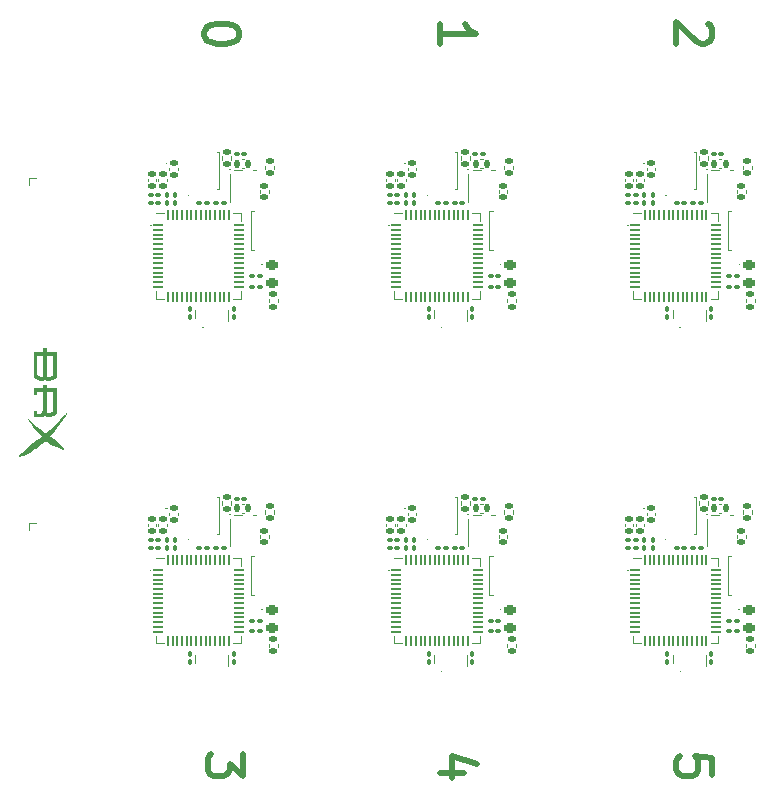
<source format=gto>
G04 #@! TF.GenerationSoftware,KiCad,Pcbnew,9.0.0-9.0.0-2~ubuntu24.04.1*
G04 #@! TF.CreationDate,2025-03-16T16:10:10-04:00*
G04 #@! TF.ProjectId,panel9,70616e65-6c39-42e6-9b69-6361645f7063,rev?*
G04 #@! TF.SameCoordinates,Original*
G04 #@! TF.FileFunction,Legend,Top*
G04 #@! TF.FilePolarity,Positive*
%FSLAX46Y46*%
G04 Gerber Fmt 4.6, Leading zero omitted, Abs format (unit mm)*
G04 Created by KiCad (PCBNEW 9.0.0-9.0.0-2~ubuntu24.04.1) date 2025-03-16 16:10:10*
%MOMM*%
%LPD*%
G01*
G04 APERTURE LIST*
G04 Aperture macros list*
%AMRoundRect*
0 Rectangle with rounded corners*
0 $1 Rounding radius*
0 $2 $3 $4 $5 $6 $7 $8 $9 X,Y pos of 4 corners*
0 Add a 4 corners polygon primitive as box body*
4,1,4,$2,$3,$4,$5,$6,$7,$8,$9,$2,$3,0*
0 Add four circle primitives for the rounded corners*
1,1,$1+$1,$2,$3*
1,1,$1+$1,$4,$5*
1,1,$1+$1,$6,$7*
1,1,$1+$1,$8,$9*
0 Add four rect primitives between the rounded corners*
20,1,$1+$1,$2,$3,$4,$5,0*
20,1,$1+$1,$4,$5,$6,$7,0*
20,1,$1+$1,$6,$7,$8,$9,0*
20,1,$1+$1,$8,$9,$2,$3,0*%
G04 Aperture macros list end*
%ADD10C,0.500000*%
%ADD11C,0.120000*%
%ADD12C,0.100000*%
%ADD13C,0.000000*%
%ADD14RoundRect,0.100000X-0.130000X-0.100000X0.130000X-0.100000X0.130000X0.100000X-0.130000X0.100000X0*%
%ADD15RoundRect,0.135000X0.185000X-0.135000X0.185000X0.135000X-0.185000X0.135000X-0.185000X-0.135000X0*%
%ADD16R,0.200000X0.600000*%
%ADD17R,0.200000X0.200000*%
%ADD18RoundRect,0.100000X0.130000X0.100000X-0.130000X0.100000X-0.130000X-0.100000X0.130000X-0.100000X0*%
%ADD19C,0.600000*%
%ADD20R,0.350000X0.650000*%
%ADD21R,2.350000X1.600000*%
%ADD22R,0.300000X0.500000*%
%ADD23RoundRect,0.050000X-0.387500X-0.050000X0.387500X-0.050000X0.387500X0.050000X-0.387500X0.050000X0*%
%ADD24RoundRect,0.050000X-0.050000X-0.387500X0.050000X-0.387500X0.050000X0.387500X-0.050000X0.387500X0*%
%ADD25R,4.000000X4.000000*%
%ADD26RoundRect,0.140000X-0.170000X0.140000X-0.170000X-0.140000X0.170000X-0.140000X0.170000X0.140000X0*%
%ADD27RoundRect,0.100000X0.100000X-0.130000X0.100000X0.130000X-0.100000X0.130000X-0.100000X-0.130000X0*%
%ADD28C,2.000000*%
%ADD29RoundRect,0.218750X-0.256250X0.218750X-0.256250X-0.218750X0.256250X-0.218750X0.256250X0.218750X0*%
%ADD30R,1.700000X0.900000*%
%ADD31RoundRect,0.100000X-0.100000X0.130000X-0.100000X-0.130000X0.100000X-0.130000X0.100000X0.130000X0*%
%ADD32R,0.600000X0.600000*%
%ADD33O,0.600000X0.600000*%
%ADD34R,1.350000X1.350000*%
%ADD35O,1.350000X1.350000*%
%ADD36RoundRect,0.140000X0.170000X-0.140000X0.170000X0.140000X-0.170000X0.140000X-0.170000X-0.140000X0*%
%ADD37C,3.000000*%
%ADD38R,0.800000X0.900000*%
%ADD39RoundRect,0.135000X-0.185000X0.135000X-0.185000X-0.135000X0.185000X-0.135000X0.185000X0.135000X0*%
%ADD40RoundRect,0.140000X-0.140000X-0.170000X0.140000X-0.170000X0.140000X0.170000X-0.140000X0.170000X0*%
%ADD41C,2.374900*%
%ADD42C,0.990600*%
%ADD43C,0.787400*%
G04 APERTURE END LIST*
D10*
X39393142Y-9614661D02*
X39393142Y-7900375D01*
X39393142Y-8757518D02*
X42393142Y-8757518D01*
X42393142Y-8757518D02*
X41964571Y-8471804D01*
X41964571Y-8471804D02*
X41678857Y-8186089D01*
X41678857Y-8186089D02*
X41536000Y-7900375D01*
X41393142Y-71328947D02*
X39393142Y-71328947D01*
X42536000Y-70614661D02*
X40393142Y-69900375D01*
X40393142Y-69900375D02*
X40393142Y-71757518D01*
X62107428Y-7900375D02*
X62250285Y-8043232D01*
X62250285Y-8043232D02*
X62393142Y-8328947D01*
X62393142Y-8328947D02*
X62393142Y-9043232D01*
X62393142Y-9043232D02*
X62250285Y-9328947D01*
X62250285Y-9328947D02*
X62107428Y-9471804D01*
X62107428Y-9471804D02*
X61821714Y-9614661D01*
X61821714Y-9614661D02*
X61536000Y-9614661D01*
X61536000Y-9614661D02*
X61107428Y-9471804D01*
X61107428Y-9471804D02*
X59393142Y-7757518D01*
X59393142Y-7757518D02*
X59393142Y-9614661D01*
X22713142Y-69757518D02*
X22713142Y-71614661D01*
X22713142Y-71614661D02*
X21570285Y-70614661D01*
X21570285Y-70614661D02*
X21570285Y-71043232D01*
X21570285Y-71043232D02*
X21427428Y-71328947D01*
X21427428Y-71328947D02*
X21284571Y-71471804D01*
X21284571Y-71471804D02*
X20998857Y-71614661D01*
X20998857Y-71614661D02*
X20284571Y-71614661D01*
X20284571Y-71614661D02*
X19998857Y-71471804D01*
X19998857Y-71471804D02*
X19856000Y-71328947D01*
X19856000Y-71328947D02*
X19713142Y-71043232D01*
X19713142Y-71043232D02*
X19713142Y-70186089D01*
X19713142Y-70186089D02*
X19856000Y-69900375D01*
X19856000Y-69900375D02*
X19998857Y-69757518D01*
X62393142Y-71471804D02*
X62393142Y-70043232D01*
X62393142Y-70043232D02*
X60964571Y-69900375D01*
X60964571Y-69900375D02*
X61107428Y-70043232D01*
X61107428Y-70043232D02*
X61250285Y-70328947D01*
X61250285Y-70328947D02*
X61250285Y-71043232D01*
X61250285Y-71043232D02*
X61107428Y-71328947D01*
X61107428Y-71328947D02*
X60964571Y-71471804D01*
X60964571Y-71471804D02*
X60678857Y-71614661D01*
X60678857Y-71614661D02*
X59964571Y-71614661D01*
X59964571Y-71614661D02*
X59678857Y-71471804D01*
X59678857Y-71471804D02*
X59536000Y-71328947D01*
X59536000Y-71328947D02*
X59393142Y-71043232D01*
X59393142Y-71043232D02*
X59393142Y-70328947D01*
X59393142Y-70328947D02*
X59536000Y-70043232D01*
X59536000Y-70043232D02*
X59678857Y-69900375D01*
X22393142Y-8614661D02*
X22393142Y-8900375D01*
X22393142Y-8900375D02*
X22250285Y-9186089D01*
X22250285Y-9186089D02*
X22107428Y-9328947D01*
X22107428Y-9328947D02*
X21821714Y-9471804D01*
X21821714Y-9471804D02*
X21250285Y-9614661D01*
X21250285Y-9614661D02*
X20536000Y-9614661D01*
X20536000Y-9614661D02*
X19964571Y-9471804D01*
X19964571Y-9471804D02*
X19678857Y-9328947D01*
X19678857Y-9328947D02*
X19536000Y-9186089D01*
X19536000Y-9186089D02*
X19393142Y-8900375D01*
X19393142Y-8900375D02*
X19393142Y-8614661D01*
X19393142Y-8614661D02*
X19536000Y-8328947D01*
X19536000Y-8328947D02*
X19678857Y-8186089D01*
X19678857Y-8186089D02*
X19964571Y-8043232D01*
X19964571Y-8043232D02*
X20536000Y-7900375D01*
X20536000Y-7900375D02*
X21250285Y-7900375D01*
X21250285Y-7900375D02*
X21821714Y-8043232D01*
X21821714Y-8043232D02*
X22107428Y-8186089D01*
X22107428Y-8186089D02*
X22250285Y-8328947D01*
X22250285Y-8328947D02*
X22393142Y-8614661D01*
D11*
G04 #@! TO.C,R4*
X20930000Y-48623641D02*
X20930000Y-48316359D01*
X21690000Y-48623641D02*
X21690000Y-48316359D01*
G04 #@! TO.C,U4*
X18670000Y-32156117D02*
X18670000Y-32806117D01*
X21470000Y-32156117D02*
X21470000Y-33056117D01*
D12*
X19370000Y-33581117D02*
G75*
G02*
X19270000Y-33581117I-50000J0D01*
G01*
X19270000Y-33581117D02*
G75*
G02*
X19370000Y-33581117I50000J0D01*
G01*
D11*
G04 #@! TO.C,U1*
X40845000Y-18795000D02*
X40695000Y-18795000D01*
X40845000Y-21915000D02*
X40695000Y-21915000D01*
X40845000Y-21915000D02*
X40845000Y-18795000D01*
D12*
X38360000Y-22405000D02*
G75*
G02*
X38260000Y-22405000I-50000J0D01*
G01*
X38260000Y-22405000D02*
G75*
G02*
X38360000Y-22405000I50000J0D01*
G01*
G04 #@! TO.C,D1*
X56680000Y-48945000D02*
G75*
G02*
X56580000Y-48945000I-50000J0D01*
G01*
X56580000Y-48945000D02*
G75*
G02*
X56680000Y-48945000I50000J0D01*
G01*
X16280000Y-19745000D02*
G75*
G02*
X16180000Y-19745000I-50000J0D01*
G01*
X16180000Y-19745000D02*
G75*
G02*
X16280000Y-19745000I50000J0D01*
G01*
D11*
G04 #@! TO.C,U2*
X35527500Y-31170000D02*
X35527500Y-30520000D01*
X36177500Y-23950000D02*
X35527500Y-23950000D01*
X36177500Y-31170000D02*
X35527500Y-31170000D01*
X42097500Y-23950000D02*
X42747500Y-23950000D01*
X42097500Y-31170000D02*
X42747500Y-31170000D01*
X42747500Y-23950000D02*
X42747500Y-24600000D01*
X42747500Y-31170000D02*
X42747500Y-30520000D01*
D12*
X35137500Y-24960000D02*
G75*
G02*
X35037500Y-24960000I-50000J0D01*
G01*
X35037500Y-24960000D02*
G75*
G02*
X35137500Y-24960000I50000J0D01*
G01*
D11*
G04 #@! TO.C,C16*
X16470000Y-20087164D02*
X16470000Y-20302836D01*
X17190000Y-20087164D02*
X17190000Y-20302836D01*
G04 #@! TO.C,R1*
X44810000Y-49413641D02*
X44810000Y-49106359D01*
X45570000Y-49413641D02*
X45570000Y-49106359D01*
D12*
G04 #@! TO.C,D6*
X64770000Y-28312500D02*
G75*
G02*
X64670000Y-28312500I-50000J0D01*
G01*
X64670000Y-28312500D02*
G75*
G02*
X64770000Y-28312500I50000J0D01*
G01*
D11*
G04 #@! TO.C,U2*
X15327500Y-31170000D02*
X15327500Y-30520000D01*
X15977500Y-23950000D02*
X15327500Y-23950000D01*
X15977500Y-31170000D02*
X15327500Y-31170000D01*
X21897500Y-23950000D02*
X22547500Y-23950000D01*
X21897500Y-31170000D02*
X22547500Y-31170000D01*
X22547500Y-23950000D02*
X22547500Y-24600000D01*
X22547500Y-31170000D02*
X22547500Y-30520000D01*
D12*
X14937500Y-24960000D02*
G75*
G02*
X14837500Y-24960000I-50000J0D01*
G01*
X14837500Y-24960000D02*
G75*
G02*
X14937500Y-24960000I50000J0D01*
G01*
D11*
G04 #@! TO.C,SW1*
X43550000Y-23750000D02*
X43550000Y-27050000D01*
X43550000Y-27050000D02*
X43850000Y-27050000D01*
X43850000Y-23750000D02*
X43550000Y-23750000D01*
G04 #@! TO.C,U1*
X20645000Y-47995000D02*
X20495000Y-47995000D01*
X20645000Y-51115000D02*
X20495000Y-51115000D01*
X20645000Y-51115000D02*
X20645000Y-47995000D01*
D12*
X18160000Y-51605000D02*
G75*
G02*
X18060000Y-51605000I-50000J0D01*
G01*
X18060000Y-51605000D02*
G75*
G02*
X18160000Y-51605000I50000J0D01*
G01*
D11*
G04 #@! TO.C,SW1*
X63750000Y-52950000D02*
X63750000Y-56250000D01*
X63750000Y-56250000D02*
X64050000Y-56250000D01*
X64050000Y-52950000D02*
X63750000Y-52950000D01*
G04 #@! TO.C,U2*
X35527500Y-60370000D02*
X35527500Y-59720000D01*
X36177500Y-53150000D02*
X35527500Y-53150000D01*
X36177500Y-60370000D02*
X35527500Y-60370000D01*
X42097500Y-53150000D02*
X42747500Y-53150000D01*
X42097500Y-60370000D02*
X42747500Y-60370000D01*
X42747500Y-53150000D02*
X42747500Y-53800000D01*
X42747500Y-60370000D02*
X42747500Y-59720000D01*
D12*
X35137500Y-54160000D02*
G75*
G02*
X35037500Y-54160000I-50000J0D01*
G01*
X35037500Y-54160000D02*
G75*
G02*
X35137500Y-54160000I50000J0D01*
G01*
D11*
G04 #@! TO.C,C18*
X24150000Y-22197836D02*
X24150000Y-21982164D01*
X24870000Y-22197836D02*
X24870000Y-21982164D01*
G04 #@! TO.C,R4*
X41130000Y-48623641D02*
X41130000Y-48316359D01*
X41890000Y-48623641D02*
X41890000Y-48316359D01*
D12*
G04 #@! TO.C,D6*
X44570000Y-28312500D02*
G75*
G02*
X44470000Y-28312500I-50000J0D01*
G01*
X44470000Y-28312500D02*
G75*
G02*
X44570000Y-28312500I50000J0D01*
G01*
D11*
G04 #@! TO.C,C4*
X14630000Y-21232836D02*
X14630000Y-21017164D01*
X15350000Y-21232836D02*
X15350000Y-21017164D01*
D12*
G04 #@! TO.C,D6*
X24370000Y-57512500D02*
G75*
G02*
X24270000Y-57512500I-50000J0D01*
G01*
X24270000Y-57512500D02*
G75*
G02*
X24370000Y-57512500I50000J0D01*
G01*
D11*
G04 #@! TO.C,U1*
X40845000Y-47995000D02*
X40695000Y-47995000D01*
X40845000Y-51115000D02*
X40695000Y-51115000D01*
X40845000Y-51115000D02*
X40845000Y-47995000D01*
D12*
X38360000Y-51605000D02*
G75*
G02*
X38260000Y-51605000I-50000J0D01*
G01*
X38260000Y-51605000D02*
G75*
G02*
X38360000Y-51605000I50000J0D01*
G01*
D11*
G04 #@! TO.C,R4*
X61330000Y-48623641D02*
X61330000Y-48316359D01*
X62090000Y-48623641D02*
X62090000Y-48316359D01*
G04 #@! TO.C,Y1*
X41790000Y-49800000D02*
X41790000Y-52150000D01*
X42840000Y-49450000D02*
X42140000Y-49450000D01*
X44015000Y-49450000D02*
X43715000Y-49450000D01*
D12*
X41840000Y-49450000D02*
G75*
G02*
X41740000Y-49450000I-50000J0D01*
G01*
X41740000Y-49450000D02*
G75*
G02*
X41840000Y-49450000I50000J0D01*
G01*
G04 #@! TO.C,D1*
X36480000Y-48945000D02*
G75*
G02*
X36380000Y-48945000I-50000J0D01*
G01*
X36380000Y-48945000D02*
G75*
G02*
X36480000Y-48945000I50000J0D01*
G01*
D11*
G04 #@! TO.C,R11*
X65290000Y-60376359D02*
X65290000Y-60683641D01*
X66050000Y-60376359D02*
X66050000Y-60683641D01*
G04 #@! TO.C,U4*
X59070000Y-32156117D02*
X59070000Y-32806117D01*
X61870000Y-32156117D02*
X61870000Y-33056117D01*
D12*
X59770000Y-33581117D02*
G75*
G02*
X59670000Y-33581117I-50000J0D01*
G01*
X59670000Y-33581117D02*
G75*
G02*
X59770000Y-33581117I50000J0D01*
G01*
D11*
G04 #@! TO.C,R1*
X24610000Y-49413641D02*
X24610000Y-49106359D01*
X25370000Y-49413641D02*
X25370000Y-49106359D01*
G04 #@! TO.C,C4*
X14630000Y-50432836D02*
X14630000Y-50217164D01*
X15350000Y-50432836D02*
X15350000Y-50217164D01*
G04 #@! TO.C,SW1*
X43550000Y-52950000D02*
X43550000Y-56250000D01*
X43550000Y-56250000D02*
X43850000Y-56250000D01*
X43850000Y-52950000D02*
X43550000Y-52950000D01*
G04 #@! TO.C,C4*
X34830000Y-21232836D02*
X34830000Y-21017164D01*
X35550000Y-21232836D02*
X35550000Y-21017164D01*
G04 #@! TO.C,R11*
X24890000Y-60376359D02*
X24890000Y-60683641D01*
X25650000Y-60376359D02*
X25650000Y-60683641D01*
G04 #@! TO.C,SW1*
X63750000Y-23750000D02*
X63750000Y-27050000D01*
X63750000Y-27050000D02*
X64050000Y-27050000D01*
X64050000Y-23750000D02*
X63750000Y-23750000D01*
G04 #@! TO.C,C19*
X42782164Y-48580000D02*
X42997836Y-48580000D01*
X42782164Y-49300000D02*
X42997836Y-49300000D01*
G04 #@! TO.C,C16*
X36670000Y-49287164D02*
X36670000Y-49502836D01*
X37390000Y-49287164D02*
X37390000Y-49502836D01*
G04 #@! TO.C,REF\u002A\u002A*
X4580000Y-20955000D02*
X4580000Y-21590000D01*
X5215000Y-20955000D02*
X4580000Y-20955000D01*
G04 #@! TO.C,C18*
X44350000Y-51397836D02*
X44350000Y-51182164D01*
X45070000Y-51397836D02*
X45070000Y-51182164D01*
G04 #@! TO.C,U1*
X61045000Y-18795000D02*
X60895000Y-18795000D01*
X61045000Y-21915000D02*
X60895000Y-21915000D01*
X61045000Y-21915000D02*
X61045000Y-18795000D01*
D12*
X58560000Y-22405000D02*
G75*
G02*
X58460000Y-22405000I-50000J0D01*
G01*
X58460000Y-22405000D02*
G75*
G02*
X58560000Y-22405000I50000J0D01*
G01*
G04 #@! TO.C,D6*
X24370000Y-28312500D02*
G75*
G02*
X24270000Y-28312500I-50000J0D01*
G01*
X24270000Y-28312500D02*
G75*
G02*
X24370000Y-28312500I50000J0D01*
G01*
D11*
G04 #@! TO.C,C16*
X16470000Y-49287164D02*
X16470000Y-49502836D01*
X17190000Y-49287164D02*
X17190000Y-49502836D01*
G04 #@! TO.C,C17*
X55950000Y-50432836D02*
X55950000Y-50217164D01*
X56670000Y-50432836D02*
X56670000Y-50217164D01*
G04 #@! TO.C,C16*
X56870000Y-20087164D02*
X56870000Y-20302836D01*
X57590000Y-20087164D02*
X57590000Y-20302836D01*
G04 #@! TO.C,Y1*
X41790000Y-20600000D02*
X41790000Y-22950000D01*
X42840000Y-20250000D02*
X42140000Y-20250000D01*
X44015000Y-20250000D02*
X43715000Y-20250000D01*
D12*
X41840000Y-20250000D02*
G75*
G02*
X41740000Y-20250000I-50000J0D01*
G01*
X41740000Y-20250000D02*
G75*
G02*
X41840000Y-20250000I50000J0D01*
G01*
D11*
G04 #@! TO.C,R11*
X45090000Y-60376359D02*
X45090000Y-60683641D01*
X45850000Y-60376359D02*
X45850000Y-60683641D01*
G04 #@! TO.C,C16*
X56870000Y-49287164D02*
X56870000Y-49502836D01*
X57590000Y-49287164D02*
X57590000Y-49502836D01*
G04 #@! TO.C,C18*
X64550000Y-51397836D02*
X64550000Y-51182164D01*
X65270000Y-51397836D02*
X65270000Y-51182164D01*
G04 #@! TO.C,U4*
X38870000Y-32156117D02*
X38870000Y-32806117D01*
X41670000Y-32156117D02*
X41670000Y-33056117D01*
D12*
X39570000Y-33581117D02*
G75*
G02*
X39470000Y-33581117I-50000J0D01*
G01*
X39470000Y-33581117D02*
G75*
G02*
X39570000Y-33581117I50000J0D01*
G01*
D13*
G04 #@! TO.C,G\u002A\u002A\u002A*
G36*
X6139328Y-38761883D02*
G01*
X6976470Y-38761883D01*
X6976470Y-40893895D01*
X6932686Y-40929961D01*
X6887755Y-40964042D01*
X6841676Y-40996138D01*
X6794449Y-41026249D01*
X6746073Y-41054373D01*
X6696547Y-41080512D01*
X6645872Y-41104663D01*
X6594048Y-41126828D01*
X6541073Y-41147005D01*
X6486947Y-41165194D01*
X6431670Y-41181395D01*
X6375241Y-41195607D01*
X6317661Y-41207830D01*
X6258929Y-41218064D01*
X6199043Y-41226308D01*
X6138005Y-41232562D01*
X6056778Y-41088364D01*
X5914168Y-41088364D01*
X5901727Y-41107029D01*
X5889003Y-41125517D01*
X5875989Y-41143825D01*
X5862673Y-41161951D01*
X5849048Y-41179890D01*
X5835103Y-41197640D01*
X5820829Y-41215199D01*
X5806218Y-41232561D01*
X4969076Y-41232561D01*
X4969076Y-40678260D01*
X5302187Y-40678260D01*
X5302187Y-40899451D01*
X5628418Y-40899451D01*
X5630751Y-40895219D01*
X6139328Y-40895219D01*
X6170830Y-40890242D01*
X6202332Y-40884440D01*
X6233834Y-40877811D01*
X6265336Y-40870356D01*
X6296838Y-40862073D01*
X6328340Y-40852961D01*
X6359842Y-40843019D01*
X6391344Y-40832248D01*
X6422846Y-40820645D01*
X6454348Y-40808211D01*
X6485850Y-40794944D01*
X6517352Y-40780844D01*
X6548854Y-40765910D01*
X6580356Y-40750141D01*
X6611858Y-40733537D01*
X6643360Y-40716096D01*
X6643360Y-39094994D01*
X6139328Y-39094994D01*
X6139328Y-40895219D01*
X5630751Y-40895219D01*
X5645859Y-40867807D01*
X5662463Y-40836174D01*
X5678232Y-40804555D01*
X5693166Y-40772947D01*
X5707266Y-40741352D01*
X5720533Y-40709770D01*
X5732967Y-40678200D01*
X5744570Y-40646642D01*
X5755341Y-40615096D01*
X5765283Y-40583563D01*
X5774395Y-40552043D01*
X5782678Y-40520535D01*
X5790134Y-40489039D01*
X5796762Y-40457556D01*
X5802564Y-40426085D01*
X5807541Y-40394626D01*
X5807541Y-39094993D01*
X5302187Y-39094993D01*
X5302187Y-39316185D01*
X4969076Y-39316185D01*
X4969076Y-38761883D01*
X5806218Y-38761883D01*
X5806218Y-38457083D01*
X6139328Y-38457083D01*
X6139328Y-38761883D01*
G37*
G36*
X6139328Y-35696950D02*
G01*
X6976470Y-35696950D01*
X6976470Y-37828698D01*
X6932686Y-37864764D01*
X6887755Y-37898845D01*
X6841676Y-37930941D01*
X6794449Y-37961051D01*
X6746073Y-37989176D01*
X6696547Y-38015314D01*
X6645872Y-38039466D01*
X6594048Y-38061630D01*
X6541073Y-38081807D01*
X6486947Y-38099996D01*
X6431670Y-38116197D01*
X6375241Y-38130410D01*
X6317661Y-38142633D01*
X6258929Y-38152867D01*
X6199043Y-38161111D01*
X6138005Y-38167364D01*
X6056778Y-38023167D01*
X6056778Y-38022902D01*
X5888768Y-38022902D01*
X5807541Y-38167100D01*
X5746689Y-38160893D01*
X5686965Y-38152689D01*
X5628369Y-38142489D01*
X5570900Y-38130294D01*
X5514558Y-38116103D01*
X5459343Y-38099918D01*
X5405255Y-38081738D01*
X5352292Y-38061564D01*
X5300455Y-38039397D01*
X5249743Y-38015236D01*
X5200155Y-37989082D01*
X5151692Y-37960936D01*
X5104353Y-37930797D01*
X5058138Y-37898667D01*
X5013046Y-37864546D01*
X4969076Y-37828433D01*
X4969076Y-37650633D01*
X5302187Y-37650633D01*
X5302187Y-37650898D01*
X5333834Y-37668339D01*
X5365475Y-37684943D01*
X5397109Y-37700712D01*
X5428736Y-37715646D01*
X5460355Y-37729746D01*
X5491966Y-37743013D01*
X5523568Y-37755447D01*
X5555161Y-37767050D01*
X5586745Y-37777821D01*
X5618320Y-37787763D01*
X5649884Y-37796875D01*
X5681438Y-37805158D01*
X5712981Y-37812614D01*
X5744513Y-37819242D01*
X5776033Y-37825044D01*
X5807541Y-37830021D01*
X6139328Y-37830021D01*
X6170830Y-37825044D01*
X6202332Y-37819242D01*
X6233834Y-37812614D01*
X6265336Y-37805158D01*
X6296838Y-37796875D01*
X6328340Y-37787763D01*
X6359842Y-37777821D01*
X6391344Y-37767050D01*
X6422846Y-37755447D01*
X6454348Y-37743013D01*
X6485850Y-37729746D01*
X6517352Y-37715646D01*
X6548854Y-37700712D01*
X6580356Y-37684943D01*
X6611858Y-37668339D01*
X6643360Y-37650898D01*
X6643360Y-36030325D01*
X6139328Y-36030325D01*
X6139328Y-37830021D01*
X5807541Y-37830021D01*
X5807541Y-36030325D01*
X5302187Y-36030325D01*
X5302187Y-37650633D01*
X4969076Y-37650633D01*
X4969076Y-35696950D01*
X5302187Y-35696950D01*
X5806218Y-35696950D01*
X5806218Y-35392150D01*
X6139328Y-35392150D01*
X6139328Y-35696950D01*
G37*
G36*
X7887959Y-40748373D02*
G01*
X7886901Y-40751283D01*
X7882139Y-40760015D01*
X7834327Y-40852327D01*
X7784716Y-40943648D01*
X7733395Y-41034009D01*
X7680456Y-41123441D01*
X7570088Y-41299642D01*
X7454340Y-41472505D01*
X7333942Y-41642279D01*
X7209622Y-41809216D01*
X7082107Y-41973567D01*
X6952128Y-42135583D01*
X6908231Y-42188770D01*
X6862740Y-42242884D01*
X6768640Y-42352244D01*
X6673150Y-42460364D01*
X6579595Y-42563944D01*
X6343322Y-42811330D01*
X6434293Y-42868715D01*
X6525587Y-42926919D01*
X6570866Y-42956491D01*
X6615640Y-42986463D01*
X6659714Y-43016900D01*
X6702891Y-43047867D01*
X6757233Y-43089536D01*
X6811246Y-43132480D01*
X6864825Y-43176534D01*
X6917865Y-43221533D01*
X6970259Y-43267314D01*
X7021904Y-43313711D01*
X7072692Y-43360562D01*
X7122520Y-43407700D01*
X7187223Y-43468413D01*
X7250467Y-43528772D01*
X7312401Y-43589466D01*
X7373179Y-43651183D01*
X7432953Y-43714612D01*
X7491874Y-43780440D01*
X7550094Y-43849357D01*
X7578989Y-43885189D01*
X7607766Y-43922050D01*
X7608718Y-43923309D01*
X7609589Y-43924602D01*
X7610381Y-43925926D01*
X7611094Y-43927280D01*
X7611727Y-43928660D01*
X7612282Y-43930064D01*
X7612758Y-43931488D01*
X7613157Y-43932931D01*
X7613478Y-43934390D01*
X7613721Y-43935861D01*
X7613888Y-43937342D01*
X7613979Y-43938830D01*
X7613994Y-43940324D01*
X7613933Y-43941819D01*
X7613797Y-43943313D01*
X7613587Y-43944804D01*
X7595239Y-43942162D01*
X7577140Y-43939347D01*
X7559339Y-43936284D01*
X7550565Y-43934636D01*
X7541884Y-43932898D01*
X7542623Y-43934807D01*
X7543267Y-43936674D01*
X7544361Y-43940339D01*
X7546415Y-43947781D01*
X7547035Y-43949746D01*
X7547742Y-43951780D01*
X7548560Y-43953899D01*
X7549512Y-43956115D01*
X7550620Y-43958443D01*
X7551908Y-43960896D01*
X7553398Y-43963489D01*
X7555114Y-43966235D01*
X7548234Y-43965707D01*
X7537387Y-43958034D01*
X7535936Y-43958604D01*
X7534461Y-43959127D01*
X7532964Y-43959603D01*
X7531446Y-43960034D01*
X7529907Y-43960422D01*
X7528350Y-43960768D01*
X7526775Y-43961074D01*
X7525183Y-43961341D01*
X7523575Y-43961570D01*
X7521953Y-43961764D01*
X7518671Y-43962051D01*
X7515346Y-43962215D01*
X7511987Y-43962266D01*
X7499923Y-43960787D01*
X7487909Y-43959158D01*
X7463832Y-43955653D01*
X7450938Y-43952651D01*
X7444703Y-43951216D01*
X7438664Y-43949898D01*
X7432860Y-43948754D01*
X7427332Y-43947839D01*
X7424684Y-43947485D01*
X7422121Y-43947210D01*
X7419646Y-43947020D01*
X7417266Y-43946921D01*
X7418243Y-43945976D01*
X7419047Y-43945024D01*
X7419683Y-43944068D01*
X7420157Y-43943106D01*
X7420476Y-43942141D01*
X7420645Y-43941172D01*
X7420669Y-43940199D01*
X7420556Y-43939223D01*
X7420312Y-43938246D01*
X7419941Y-43937266D01*
X7419451Y-43936285D01*
X7418847Y-43935303D01*
X7418135Y-43934321D01*
X7417322Y-43933339D01*
X7415414Y-43931377D01*
X7413171Y-43929421D01*
X7410641Y-43927475D01*
X7407872Y-43925544D01*
X7404913Y-43923630D01*
X7398615Y-43919871D01*
X7392130Y-43916230D01*
X7395570Y-43927342D01*
X7382967Y-43921110D01*
X7370003Y-43915099D01*
X7343236Y-43903662D01*
X7315756Y-43892870D01*
X7288050Y-43882561D01*
X7233905Y-43862751D01*
X7208441Y-43852926D01*
X7184697Y-43842940D01*
X7183891Y-43842584D01*
X7183112Y-43842210D01*
X7182358Y-43841819D01*
X7181629Y-43841411D01*
X7180924Y-43840989D01*
X7180244Y-43840552D01*
X7178955Y-43839637D01*
X7177756Y-43838675D01*
X7176646Y-43837671D01*
X7175621Y-43836632D01*
X7174676Y-43835565D01*
X7173809Y-43834476D01*
X7173015Y-43833373D01*
X7172293Y-43832260D01*
X7171637Y-43831146D01*
X7171045Y-43830036D01*
X7170513Y-43828938D01*
X7170038Y-43827857D01*
X7169616Y-43826801D01*
X7106645Y-43811191D01*
X7107547Y-43809956D01*
X7108090Y-43808686D01*
X7108301Y-43807387D01*
X7108209Y-43806063D01*
X7107842Y-43804720D01*
X7107227Y-43803363D01*
X7106393Y-43801997D01*
X7105367Y-43800628D01*
X7102855Y-43797901D01*
X7099915Y-43795224D01*
X7093647Y-43790190D01*
X7090768Y-43787916D01*
X7088359Y-43785862D01*
X7086644Y-43784068D01*
X7086116Y-43783283D01*
X7085846Y-43782579D01*
X7085862Y-43781961D01*
X7086191Y-43781435D01*
X7086862Y-43781005D01*
X7087903Y-43780679D01*
X7089342Y-43780459D01*
X7091207Y-43780353D01*
X7093525Y-43780364D01*
X7096326Y-43780499D01*
X6953716Y-43751131D01*
X6905331Y-43732385D01*
X6856109Y-43714027D01*
X6755675Y-43678337D01*
X6653455Y-43643789D01*
X6550491Y-43610108D01*
X6512296Y-43586465D01*
X6474782Y-43561906D01*
X6437917Y-43536480D01*
X6401671Y-43510240D01*
X6366010Y-43483235D01*
X6330904Y-43455517D01*
X6296320Y-43427136D01*
X6262227Y-43398144D01*
X6195386Y-43338525D01*
X6130126Y-43277068D01*
X6066193Y-43214178D01*
X6003332Y-43150262D01*
X5913961Y-43239282D01*
X5824143Y-43327831D01*
X5733433Y-43415437D01*
X5687603Y-43458739D01*
X5641383Y-43501629D01*
X5589286Y-43550215D01*
X5536304Y-43597759D01*
X5482471Y-43644280D01*
X5427818Y-43689797D01*
X5316188Y-43777891D01*
X5201678Y-43862189D01*
X5084551Y-43942842D01*
X4965070Y-44019997D01*
X4843500Y-44093803D01*
X4720103Y-44164410D01*
X4636872Y-44210812D01*
X4553027Y-44255885D01*
X4468500Y-44299513D01*
X4383223Y-44341581D01*
X4297127Y-44381975D01*
X4210144Y-44420580D01*
X4122206Y-44457281D01*
X4033245Y-44491964D01*
X3949418Y-44523429D01*
X3864871Y-44553579D01*
X3822258Y-44567998D01*
X3779382Y-44581893D01*
X3736214Y-44595200D01*
X3692727Y-44607851D01*
X3693520Y-44607321D01*
X3725141Y-44567154D01*
X3755994Y-44528475D01*
X3771264Y-44509725D01*
X3786500Y-44491384D01*
X3801754Y-44473464D01*
X3817080Y-44455979D01*
X3813903Y-44455665D01*
X3810885Y-44455237D01*
X3805120Y-44454156D01*
X3799374Y-44452971D01*
X3793235Y-44451912D01*
X3789888Y-44451503D01*
X3786289Y-44451213D01*
X3782385Y-44451070D01*
X3778125Y-44451105D01*
X3773457Y-44451347D01*
X3768329Y-44451823D01*
X3762691Y-44452564D01*
X3756491Y-44453598D01*
X3791680Y-44436136D01*
X3792584Y-44431646D01*
X3793793Y-44427160D01*
X3795292Y-44422678D01*
X3797062Y-44418203D01*
X3799086Y-44413739D01*
X3801346Y-44409286D01*
X3803825Y-44404849D01*
X3806505Y-44400429D01*
X3812399Y-44391650D01*
X3818888Y-44382971D01*
X3825831Y-44374410D01*
X3833088Y-44365987D01*
X3847982Y-44349636D01*
X3862448Y-44334076D01*
X3869170Y-44326642D01*
X3875364Y-44319465D01*
X3880890Y-44312564D01*
X3885608Y-44305960D01*
X3886931Y-44304638D01*
X3887365Y-44306251D01*
X3887923Y-44307673D01*
X3888598Y-44308908D01*
X3889387Y-44309965D01*
X3890284Y-44310849D01*
X3891286Y-44311567D01*
X3892387Y-44312125D01*
X3893582Y-44312530D01*
X3894869Y-44312788D01*
X3896241Y-44312905D01*
X3897694Y-44312889D01*
X3899223Y-44312744D01*
X3900824Y-44312479D01*
X3902493Y-44312099D01*
X3906014Y-44311021D01*
X3909749Y-44309561D01*
X3913660Y-44307772D01*
X3917713Y-44305704D01*
X3921868Y-44303410D01*
X3930343Y-44298347D01*
X3938789Y-44292996D01*
X3923708Y-44290615D01*
X3939563Y-44279918D01*
X3955276Y-44268529D01*
X3970840Y-44256542D01*
X3986248Y-44244052D01*
X4001496Y-44231155D01*
X4016576Y-44217945D01*
X4046210Y-44190966D01*
X4103194Y-44137434D01*
X4130446Y-44112399D01*
X4143741Y-44100647D01*
X4156806Y-44089532D01*
X4158559Y-44088070D01*
X4160343Y-44086757D01*
X4162151Y-44085586D01*
X4163974Y-44084550D01*
X4165807Y-44083643D01*
X4167642Y-44082857D01*
X4169473Y-44082188D01*
X4171292Y-44081627D01*
X4173092Y-44081168D01*
X4174867Y-44080806D01*
X4176609Y-44080532D01*
X4178311Y-44080341D01*
X4179967Y-44080226D01*
X4181570Y-44080181D01*
X4183112Y-44080198D01*
X4184587Y-44080271D01*
X4241737Y-44013860D01*
X4242644Y-44015580D01*
X4243811Y-44016890D01*
X4245215Y-44017821D01*
X4246833Y-44018404D01*
X4248640Y-44018669D01*
X4250615Y-44018646D01*
X4252732Y-44018367D01*
X4254970Y-44017862D01*
X4257304Y-44017162D01*
X4259711Y-44016297D01*
X4264652Y-44014195D01*
X4269603Y-44011802D01*
X4274380Y-44009362D01*
X4278793Y-44007121D01*
X4282657Y-44005323D01*
X4284324Y-44004667D01*
X4285783Y-44004214D01*
X4287011Y-44003994D01*
X4287985Y-44004038D01*
X4288681Y-44004376D01*
X4289076Y-44005039D01*
X4289146Y-44006059D01*
X4288867Y-44007465D01*
X4288218Y-44009287D01*
X4287173Y-44011558D01*
X4285710Y-44014307D01*
X4283806Y-44017564D01*
X4405249Y-43863842D01*
X4433663Y-43836080D01*
X4461957Y-43807788D01*
X4490132Y-43779005D01*
X4518193Y-43749774D01*
X4546142Y-43720132D01*
X4573983Y-43690122D01*
X4629351Y-43629156D01*
X4795642Y-43490329D01*
X4879643Y-43422011D01*
X4964314Y-43354552D01*
X5049729Y-43288048D01*
X5135962Y-43222596D01*
X5223089Y-43158290D01*
X5311183Y-43095228D01*
X5405027Y-43030360D01*
X5498375Y-42964028D01*
X5591128Y-42896356D01*
X5683187Y-42827470D01*
X5670334Y-42814567D01*
X5657555Y-42801640D01*
X5644826Y-42788663D01*
X5632122Y-42775611D01*
X5565473Y-42707612D01*
X5499479Y-42638317D01*
X5434148Y-42567968D01*
X5369490Y-42496807D01*
X5242230Y-42353014D01*
X5117772Y-42208874D01*
X4956252Y-42012027D01*
X4876922Y-41912645D01*
X4798751Y-41812428D01*
X4721894Y-41711232D01*
X4646508Y-41608910D01*
X4572746Y-41505317D01*
X4500764Y-41400307D01*
X4500028Y-41399129D01*
X4499359Y-41397931D01*
X4498755Y-41396714D01*
X4498217Y-41395481D01*
X4497743Y-41394233D01*
X4497334Y-41392973D01*
X4496990Y-41391703D01*
X4496708Y-41390426D01*
X4496490Y-41389143D01*
X4496335Y-41387857D01*
X4496242Y-41386570D01*
X4496211Y-41385284D01*
X4496241Y-41384002D01*
X4496332Y-41382725D01*
X4496484Y-41381457D01*
X4496696Y-41380198D01*
X4496967Y-41378952D01*
X4497298Y-41377721D01*
X4497688Y-41376506D01*
X4498136Y-41375311D01*
X4498642Y-41374137D01*
X4499205Y-41372986D01*
X4499826Y-41371861D01*
X4500503Y-41370764D01*
X4501237Y-41369698D01*
X4502026Y-41368664D01*
X4502870Y-41367664D01*
X4503770Y-41366702D01*
X4504724Y-41365778D01*
X4505732Y-41364896D01*
X4506793Y-41364058D01*
X4507908Y-41363265D01*
X4508205Y-41363076D01*
X4508503Y-41362903D01*
X4508801Y-41362745D01*
X4509098Y-41362599D01*
X4509396Y-41362465D01*
X4509693Y-41362339D01*
X4510289Y-41362107D01*
X4511479Y-41361665D01*
X4512075Y-41361424D01*
X4512372Y-41361291D01*
X4512670Y-41361148D01*
X4516639Y-41364514D01*
X4520607Y-41367829D01*
X4522592Y-41369453D01*
X4524576Y-41371046D01*
X4526560Y-41372601D01*
X4528545Y-41374113D01*
X4552688Y-41387144D01*
X4564859Y-41393535D01*
X4571013Y-41396678D01*
X4577228Y-41399777D01*
X4577715Y-41399982D01*
X4578185Y-41400198D01*
X4578638Y-41400425D01*
X4579076Y-41400662D01*
X4579500Y-41400909D01*
X4579912Y-41401164D01*
X4580311Y-41401426D01*
X4580701Y-41401696D01*
X4581081Y-41401972D01*
X4581453Y-41402253D01*
X4582177Y-41402829D01*
X4582882Y-41403417D01*
X4583578Y-41404011D01*
X4586488Y-41406657D01*
X4587475Y-41407916D01*
X4588354Y-41409211D01*
X4589129Y-41410543D01*
X4589804Y-41411911D01*
X4590383Y-41413315D01*
X4590870Y-41414754D01*
X4591268Y-41416228D01*
X4591582Y-41417736D01*
X4591815Y-41419279D01*
X4591971Y-41420855D01*
X4592055Y-41422465D01*
X4592070Y-41424107D01*
X4592019Y-41425782D01*
X4591907Y-41427489D01*
X4591738Y-41429228D01*
X4591515Y-41430998D01*
X4597433Y-41434473D01*
X4599983Y-41436075D01*
X4602284Y-41437598D01*
X4604354Y-41439051D01*
X4606211Y-41440440D01*
X4607871Y-41441776D01*
X4609354Y-41443066D01*
X4610677Y-41444318D01*
X4611858Y-41445541D01*
X4612914Y-41446743D01*
X4613863Y-41447932D01*
X4615513Y-41450306D01*
X4616949Y-41452727D01*
X4619749Y-41457981D01*
X4621398Y-41460946D01*
X4623402Y-41464224D01*
X4625904Y-41467883D01*
X4627386Y-41469875D01*
X4629046Y-41471987D01*
X4630901Y-41474227D01*
X4632970Y-41476603D01*
X4635269Y-41479124D01*
X4637818Y-41481798D01*
X4637761Y-41483100D01*
X4638027Y-41484425D01*
X4638601Y-41485772D01*
X4639468Y-41487138D01*
X4640612Y-41488522D01*
X4642019Y-41489923D01*
X4645561Y-41492766D01*
X4649973Y-41495655D01*
X4655133Y-41498574D01*
X4660922Y-41501512D01*
X4667220Y-41504453D01*
X4680856Y-41510296D01*
X4695079Y-41515992D01*
X4721426Y-41526513D01*
X4746297Y-41548209D01*
X4750632Y-41553777D01*
X4754646Y-41559453D01*
X4758398Y-41565214D01*
X4761945Y-41571038D01*
X4775236Y-41594511D01*
X4778624Y-41600312D01*
X4782153Y-41606040D01*
X4785881Y-41611674D01*
X4789866Y-41617191D01*
X4794167Y-41622568D01*
X4798839Y-41627784D01*
X4803942Y-41632815D01*
X4806673Y-41635254D01*
X4809532Y-41637638D01*
X4825888Y-41652008D01*
X4842675Y-41666152D01*
X4877324Y-41693800D01*
X4913052Y-41720661D01*
X4949431Y-41746812D01*
X5092901Y-41845866D01*
X5289454Y-42009237D01*
X5487792Y-42170377D01*
X5687916Y-42329333D01*
X5889826Y-42486157D01*
X5946612Y-42529747D01*
X5975067Y-42551418D01*
X6003597Y-42572940D01*
X6048725Y-42535093D01*
X6093555Y-42496972D01*
X6137989Y-42458603D01*
X6181926Y-42420011D01*
X6354776Y-42268412D01*
X6525603Y-42113975D01*
X6694025Y-41956593D01*
X6859656Y-41796157D01*
X7022113Y-41632558D01*
X7181009Y-41465688D01*
X7335962Y-41295439D01*
X7486587Y-41121701D01*
X7513045Y-41090315D01*
X7539503Y-41058730D01*
X7537539Y-41065477D01*
X7535646Y-41071777D01*
X7532260Y-41082741D01*
X7529718Y-41091026D01*
X7528879Y-41093978D01*
X7528391Y-41096036D01*
X7524951Y-41100534D01*
X7524279Y-41101979D01*
X7523651Y-41103384D01*
X7523068Y-41104748D01*
X7522528Y-41106068D01*
X7522030Y-41107343D01*
X7521576Y-41108570D01*
X7521163Y-41109748D01*
X7520792Y-41110874D01*
X7520462Y-41111946D01*
X7520173Y-41112961D01*
X7519924Y-41113919D01*
X7519714Y-41114817D01*
X7519544Y-41115653D01*
X7519412Y-41116424D01*
X7519319Y-41117129D01*
X7519263Y-41117765D01*
X7519244Y-41118331D01*
X7519262Y-41118824D01*
X7519316Y-41119243D01*
X7519406Y-41119585D01*
X7519532Y-41119848D01*
X7519607Y-41119949D01*
X7519692Y-41120030D01*
X7519785Y-41120090D01*
X7519886Y-41120129D01*
X7519996Y-41120146D01*
X7520114Y-41120142D01*
X7520241Y-41120117D01*
X7520376Y-41120069D01*
X7520670Y-41119906D01*
X7520997Y-41119652D01*
X7521356Y-41119305D01*
X7521746Y-41118862D01*
X7522166Y-41118321D01*
X7522618Y-41117680D01*
X7523099Y-41116938D01*
X7513310Y-41135724D01*
X7514103Y-41133343D01*
X7504314Y-41152128D01*
X7504287Y-41152179D01*
X7504258Y-41152231D01*
X7504192Y-41152337D01*
X7504118Y-41152447D01*
X7504037Y-41152558D01*
X7503951Y-41152670D01*
X7503863Y-41152780D01*
X7503773Y-41152886D01*
X7503685Y-41152988D01*
X7503520Y-41153172D01*
X7503384Y-41153319D01*
X7503255Y-41153451D01*
X7503255Y-41154245D01*
X7504843Y-41152922D01*
X7509665Y-41145574D01*
X7514595Y-41138237D01*
X7519619Y-41130951D01*
X7524720Y-41123752D01*
X7529883Y-41116676D01*
X7535092Y-41109762D01*
X7540333Y-41103046D01*
X7545589Y-41096566D01*
X7544533Y-41099223D01*
X7543268Y-41102021D01*
X7541821Y-41104941D01*
X7540218Y-41107964D01*
X7536654Y-41114234D01*
X7532789Y-41120676D01*
X7525013Y-41133438D01*
X7521530Y-41139442D01*
X7519983Y-41142281D01*
X7518601Y-41144985D01*
X7516349Y-41147664D01*
X7513967Y-41150718D01*
X7508865Y-41157809D01*
X7503397Y-41165979D01*
X7497666Y-41174949D01*
X7474151Y-41213247D01*
X7468330Y-41220126D01*
X7459864Y-41234413D01*
X7459864Y-41234678D01*
X7457594Y-41238453D01*
X7455196Y-41242702D01*
X7452743Y-41247230D01*
X7450306Y-41251842D01*
X7445762Y-41260537D01*
X7443799Y-41264228D01*
X7442137Y-41267221D01*
X7440942Y-41270056D01*
X7438879Y-41274373D01*
X7432942Y-41286139D01*
X7425914Y-41299889D01*
X7419382Y-41312994D01*
X7419619Y-41312142D01*
X7419739Y-41311558D01*
X7419749Y-41311226D01*
X7419714Y-41311150D01*
X7419655Y-41311130D01*
X7419572Y-41311165D01*
X7419466Y-41311252D01*
X7419187Y-41311576D01*
X7418826Y-41312085D01*
X7418390Y-41312763D01*
X7417321Y-41314558D01*
X7416034Y-41316827D01*
X7413886Y-41320712D01*
X7413793Y-41320932D01*
X7413614Y-41321329D01*
X7413425Y-41321725D01*
X7413032Y-41322519D01*
X7412152Y-41324017D01*
X7411296Y-41325521D01*
X7409659Y-41328472D01*
X7408121Y-41331226D01*
X7407389Y-41332481D01*
X7406682Y-41333632D01*
X7404717Y-41337413D01*
X7403011Y-41340763D01*
X7401604Y-41343598D01*
X7400531Y-41345835D01*
X7400132Y-41346703D01*
X7399830Y-41347390D01*
X7399631Y-41347886D01*
X7399539Y-41348180D01*
X7399534Y-41348247D01*
X7399543Y-41348261D01*
X7399558Y-41348261D01*
X7399611Y-41348218D01*
X7399694Y-41348119D01*
X7399950Y-41347744D01*
X7400332Y-41347126D01*
X7400301Y-41347290D01*
X7400305Y-41347389D01*
X7400320Y-41347415D01*
X7400342Y-41347426D01*
X7400373Y-41347421D01*
X7400411Y-41347402D01*
X7400509Y-41347321D01*
X7400635Y-41347186D01*
X7400786Y-41346998D01*
X7400961Y-41346761D01*
X7401374Y-41346151D01*
X7401858Y-41345377D01*
X7402398Y-41344459D01*
X7402978Y-41343421D01*
X7397951Y-41353211D01*
X7396301Y-41356609D01*
X7394633Y-41359948D01*
X7391299Y-41366382D01*
X7388059Y-41372382D01*
X7385020Y-41377817D01*
X7382291Y-41382558D01*
X7379980Y-41386474D01*
X7377049Y-41391311D01*
X7376255Y-41392634D01*
X7379430Y-41388665D01*
X7379976Y-41387880D01*
X7380361Y-41387354D01*
X7380819Y-41386747D01*
X7381353Y-41386066D01*
X7381960Y-41385316D01*
X7382643Y-41384505D01*
X7383399Y-41383638D01*
X7385516Y-41380728D01*
X7411709Y-41344744D01*
X7414173Y-41342032D01*
X7418721Y-41336741D01*
X7425253Y-41328969D01*
X7433670Y-41318815D01*
X7435387Y-41316449D01*
X7436787Y-41314484D01*
X7437900Y-41312881D01*
X7438759Y-41311601D01*
X7439393Y-41310605D01*
X7439635Y-41310201D01*
X7439832Y-41309853D01*
X7439989Y-41309556D01*
X7440108Y-41309306D01*
X7440195Y-41309098D01*
X7440251Y-41308926D01*
X7440283Y-41308786D01*
X7440292Y-41308673D01*
X7440284Y-41308582D01*
X7440261Y-41308508D01*
X7440189Y-41308392D01*
X7440107Y-41308286D01*
X7440071Y-41308224D01*
X7440044Y-41308150D01*
X7440030Y-41308058D01*
X7440033Y-41307945D01*
X7440056Y-41307805D01*
X7440103Y-41307633D01*
X7440178Y-41307424D01*
X7440284Y-41307173D01*
X7442585Y-41304131D01*
X7445192Y-41300745D01*
X7447917Y-41297290D01*
X7450570Y-41294044D01*
X7451811Y-41292584D01*
X7452963Y-41291280D01*
X7454003Y-41290166D01*
X7454907Y-41289277D01*
X7455651Y-41288646D01*
X7455956Y-41288439D01*
X7456212Y-41288309D01*
X7456416Y-41288261D01*
X7456565Y-41288300D01*
X7456657Y-41288429D01*
X7456689Y-41288653D01*
X7457845Y-41286506D01*
X7459033Y-41284515D01*
X7460251Y-41282656D01*
X7461501Y-41280905D01*
X7462781Y-41279238D01*
X7464093Y-41277630D01*
X7466809Y-41274497D01*
X7469649Y-41271315D01*
X7472613Y-41267891D01*
X7474142Y-41266028D01*
X7475701Y-41264033D01*
X7477292Y-41261881D01*
X7478914Y-41259548D01*
X7480121Y-41257631D01*
X7480993Y-41256200D01*
X7481574Y-41255192D01*
X7481907Y-41254542D01*
X7482035Y-41254185D01*
X7482036Y-41254096D01*
X7482002Y-41254056D01*
X7481938Y-41254057D01*
X7481851Y-41254090D01*
X7481626Y-41254224D01*
X7481125Y-41254528D01*
X7481022Y-41254565D01*
X7480937Y-41254569D01*
X7480878Y-41254534D01*
X7480848Y-41254451D01*
X7480855Y-41254311D01*
X7480902Y-41254107D01*
X7481142Y-41253475D01*
X7481611Y-41252487D01*
X7482353Y-41251081D01*
X7492378Y-41237707D01*
X7503024Y-41223267D01*
X7513123Y-41209372D01*
X7521512Y-41197636D01*
X7540826Y-41183083D01*
X7540591Y-41184075D01*
X7540366Y-41185204D01*
X7540132Y-41186655D01*
X7539935Y-41188354D01*
X7539865Y-41189274D01*
X7539822Y-41190227D01*
X7539811Y-41191205D01*
X7539839Y-41192199D01*
X7539911Y-41193199D01*
X7540032Y-41194196D01*
X7543655Y-41188876D01*
X7547536Y-41183335D01*
X7551608Y-41177727D01*
X7555808Y-41172202D01*
X7557935Y-41169519D01*
X7560070Y-41166913D01*
X7562204Y-41164404D01*
X7564329Y-41162012D01*
X7566436Y-41159754D01*
X7568519Y-41157650D01*
X7570568Y-41155718D01*
X7572576Y-41153979D01*
X7572546Y-41154398D01*
X7572553Y-41154766D01*
X7572592Y-41155087D01*
X7572661Y-41155365D01*
X7572756Y-41155605D01*
X7572873Y-41155810D01*
X7573009Y-41155986D01*
X7573159Y-41156137D01*
X7573490Y-41156380D01*
X7573837Y-41156574D01*
X7574170Y-41156754D01*
X7574461Y-41156956D01*
X7574582Y-41157075D01*
X7574681Y-41157213D01*
X7574755Y-41157373D01*
X7574801Y-41157560D01*
X7574814Y-41157779D01*
X7574791Y-41158033D01*
X7574728Y-41158328D01*
X7574623Y-41158667D01*
X7574470Y-41159055D01*
X7574267Y-41159496D01*
X7574009Y-41159995D01*
X7573694Y-41160555D01*
X7572876Y-41161880D01*
X7571782Y-41163504D01*
X7585541Y-41146835D01*
X7585916Y-41145857D01*
X7586077Y-41145394D01*
X7586210Y-41144962D01*
X7586310Y-41144573D01*
X7586369Y-41144235D01*
X7586380Y-41144090D01*
X7586379Y-41143961D01*
X7586364Y-41143850D01*
X7586335Y-41143759D01*
X7586289Y-41143689D01*
X7586228Y-41143642D01*
X7586149Y-41143618D01*
X7586052Y-41143618D01*
X7585937Y-41143645D01*
X7585801Y-41143699D01*
X7585644Y-41143783D01*
X7585466Y-41143896D01*
X7585266Y-41144040D01*
X7585042Y-41144218D01*
X7584794Y-41144429D01*
X7584521Y-41144676D01*
X7583896Y-41145280D01*
X7583160Y-41146041D01*
X7584030Y-41144327D01*
X7584952Y-41142656D01*
X7585922Y-41141029D01*
X7586934Y-41139447D01*
X7587985Y-41137910D01*
X7589071Y-41136419D01*
X7590187Y-41134973D01*
X7591329Y-41133573D01*
X7592492Y-41132220D01*
X7593673Y-41130913D01*
X7594867Y-41129654D01*
X7596070Y-41128442D01*
X7597278Y-41127279D01*
X7598486Y-41126164D01*
X7599690Y-41125098D01*
X7600887Y-41124081D01*
X7601069Y-41123979D01*
X7601317Y-41123775D01*
X7601626Y-41123470D01*
X7601995Y-41123068D01*
X7602896Y-41121983D01*
X7603995Y-41120542D01*
X7605269Y-41118766D01*
X7606691Y-41116677D01*
X7608237Y-41114296D01*
X7609882Y-41111645D01*
X7610676Y-41111381D01*
X7610679Y-41111401D01*
X7610688Y-41111413D01*
X7610702Y-41111416D01*
X7610722Y-41111412D01*
X7610746Y-41111400D01*
X7610774Y-41111382D01*
X7610842Y-41111327D01*
X7610922Y-41111253D01*
X7611011Y-41111163D01*
X7611107Y-41111061D01*
X7611205Y-41110951D01*
X7611400Y-41110727D01*
X7611569Y-41110525D01*
X7611735Y-41110323D01*
X7613011Y-41109140D01*
X7614640Y-41107214D01*
X7618858Y-41101323D01*
X7624185Y-41093045D01*
X7630421Y-41082773D01*
X7637363Y-41070902D01*
X7644812Y-41057824D01*
X7660418Y-41029625D01*
X7675702Y-41001426D01*
X7682830Y-40988404D01*
X7689423Y-40976675D01*
X7692472Y-40971430D01*
X7695333Y-40966670D01*
X7697987Y-40962448D01*
X7700415Y-40958820D01*
X7702601Y-40955837D01*
X7704524Y-40953555D01*
X7705382Y-40952694D01*
X7706168Y-40952028D01*
X7706879Y-40951563D01*
X7707514Y-40951308D01*
X7709807Y-40947640D01*
X7710933Y-40945767D01*
X7712020Y-40943896D01*
X7713048Y-40942047D01*
X7713997Y-40940244D01*
X7714849Y-40938506D01*
X7715583Y-40936855D01*
X7716182Y-40935313D01*
X7716424Y-40934589D01*
X7716624Y-40933901D01*
X7716781Y-40933250D01*
X7716892Y-40932640D01*
X7716953Y-40932072D01*
X7716964Y-40931551D01*
X7716922Y-40931078D01*
X7716823Y-40930656D01*
X7716666Y-40930288D01*
X7716449Y-40929976D01*
X7716168Y-40929724D01*
X7715821Y-40929533D01*
X7715407Y-40929407D01*
X7714922Y-40929347D01*
X7716029Y-40928048D01*
X7717025Y-40926970D01*
X7717915Y-40926098D01*
X7718708Y-40925420D01*
X7719410Y-40924922D01*
X7720030Y-40924590D01*
X7720574Y-40924410D01*
X7721049Y-40924370D01*
X7721463Y-40924456D01*
X7721823Y-40924653D01*
X7722136Y-40924949D01*
X7722410Y-40925329D01*
X7722868Y-40926291D01*
X7723256Y-40927430D01*
X7723632Y-40928636D01*
X7724053Y-40929803D01*
X7724299Y-40930337D01*
X7724578Y-40930820D01*
X7724898Y-40931239D01*
X7725266Y-40931580D01*
X7725688Y-40931830D01*
X7726173Y-40931975D01*
X7726727Y-40932001D01*
X7727358Y-40931894D01*
X7728074Y-40931643D01*
X7728880Y-40931231D01*
X7729786Y-40930647D01*
X7730797Y-40929877D01*
X7730767Y-40929806D01*
X7730727Y-40929742D01*
X7730679Y-40929684D01*
X7730623Y-40929630D01*
X7730495Y-40929533D01*
X7730351Y-40929443D01*
X7730200Y-40929351D01*
X7730053Y-40929249D01*
X7729918Y-40929130D01*
X7729858Y-40929061D01*
X7729805Y-40928984D01*
X7729759Y-40928899D01*
X7729723Y-40928804D01*
X7729696Y-40928699D01*
X7729681Y-40928583D01*
X7729678Y-40928453D01*
X7729689Y-40928310D01*
X7729714Y-40928153D01*
X7729755Y-40927979D01*
X7729814Y-40927790D01*
X7729890Y-40927582D01*
X7729986Y-40927356D01*
X7730102Y-40927110D01*
X7730241Y-40926843D01*
X7730402Y-40926554D01*
X7730587Y-40926243D01*
X7730797Y-40925908D01*
X7743232Y-40917971D01*
X7745282Y-40912390D01*
X7747811Y-40906762D01*
X7750748Y-40901087D01*
X7754018Y-40895369D01*
X7757551Y-40889610D01*
X7761273Y-40883810D01*
X7768996Y-40872098D01*
X7776608Y-40860251D01*
X7780190Y-40854280D01*
X7783528Y-40848282D01*
X7786547Y-40842257D01*
X7789176Y-40836208D01*
X7791343Y-40830136D01*
X7792230Y-40827092D01*
X7792974Y-40824044D01*
X7793196Y-40828277D01*
X7793557Y-40832858D01*
X7793900Y-40837810D01*
X7794065Y-40843160D01*
X7794033Y-40845991D01*
X7793897Y-40848931D01*
X7793637Y-40851982D01*
X7793235Y-40855149D01*
X7792669Y-40858433D01*
X7791921Y-40861838D01*
X7790971Y-40865367D01*
X7789799Y-40869023D01*
X7785566Y-40870610D01*
X7785434Y-40871383D01*
X7785158Y-40872387D01*
X7784288Y-40874951D01*
X7783189Y-40878024D01*
X7782626Y-40879664D01*
X7782093Y-40881326D01*
X7781619Y-40882976D01*
X7781233Y-40884578D01*
X7780964Y-40886099D01*
X7780882Y-40886817D01*
X7780840Y-40887502D01*
X7780843Y-40888149D01*
X7780893Y-40888753D01*
X7780993Y-40889311D01*
X7781149Y-40889818D01*
X7781363Y-40890269D01*
X7781639Y-40890661D01*
X7781980Y-40890989D01*
X7782391Y-40891247D01*
X7784912Y-40888567D01*
X7787320Y-40885879D01*
X7789619Y-40883174D01*
X7791812Y-40880445D01*
X7793905Y-40877683D01*
X7795902Y-40874881D01*
X7797806Y-40872030D01*
X7799622Y-40869122D01*
X7801354Y-40866148D01*
X7803007Y-40863102D01*
X7804585Y-40859974D01*
X7806092Y-40856757D01*
X7807532Y-40853441D01*
X7808910Y-40850021D01*
X7810229Y-40846486D01*
X7811495Y-40842829D01*
X7816522Y-40839389D01*
X7857268Y-40762924D01*
X7892193Y-40725883D01*
X7907274Y-40709743D01*
X7887959Y-40748373D01*
G37*
D11*
G04 #@! TO.C,REF\u002A\u002A*
X4580000Y-50155000D02*
X4580000Y-50790000D01*
X5215000Y-50155000D02*
X4580000Y-50155000D01*
G04 #@! TO.C,U2*
X55727500Y-31170000D02*
X55727500Y-30520000D01*
X56377500Y-23950000D02*
X55727500Y-23950000D01*
X56377500Y-31170000D02*
X55727500Y-31170000D01*
X62297500Y-23950000D02*
X62947500Y-23950000D01*
X62297500Y-31170000D02*
X62947500Y-31170000D01*
X62947500Y-23950000D02*
X62947500Y-24600000D01*
X62947500Y-31170000D02*
X62947500Y-30520000D01*
D12*
X55337500Y-24960000D02*
G75*
G02*
X55237500Y-24960000I-50000J0D01*
G01*
X55237500Y-24960000D02*
G75*
G02*
X55337500Y-24960000I50000J0D01*
G01*
D11*
G04 #@! TO.C,C18*
X24150000Y-51397836D02*
X24150000Y-51182164D01*
X24870000Y-51397836D02*
X24870000Y-51182164D01*
D12*
G04 #@! TO.C,D6*
X64770000Y-57512500D02*
G75*
G02*
X64670000Y-57512500I-50000J0D01*
G01*
X64670000Y-57512500D02*
G75*
G02*
X64770000Y-57512500I50000J0D01*
G01*
D11*
G04 #@! TO.C,C19*
X22582164Y-19380000D02*
X22797836Y-19380000D01*
X22582164Y-20100000D02*
X22797836Y-20100000D01*
D12*
G04 #@! TO.C,D1*
X16280000Y-48945000D02*
G75*
G02*
X16180000Y-48945000I-50000J0D01*
G01*
X16180000Y-48945000D02*
G75*
G02*
X16280000Y-48945000I50000J0D01*
G01*
X56680000Y-19745000D02*
G75*
G02*
X56580000Y-19745000I-50000J0D01*
G01*
X56580000Y-19745000D02*
G75*
G02*
X56680000Y-19745000I50000J0D01*
G01*
D11*
G04 #@! TO.C,R11*
X24890000Y-31176359D02*
X24890000Y-31483641D01*
X25650000Y-31176359D02*
X25650000Y-31483641D01*
G04 #@! TO.C,U4*
X18670000Y-61356117D02*
X18670000Y-62006117D01*
X21470000Y-61356117D02*
X21470000Y-62256117D01*
D12*
X19370000Y-62781117D02*
G75*
G02*
X19270000Y-62781117I-50000J0D01*
G01*
X19270000Y-62781117D02*
G75*
G02*
X19370000Y-62781117I50000J0D01*
G01*
D11*
G04 #@! TO.C,R1*
X65010000Y-20213641D02*
X65010000Y-19906359D01*
X65770000Y-20213641D02*
X65770000Y-19906359D01*
G04 #@! TO.C,C4*
X55030000Y-21232836D02*
X55030000Y-21017164D01*
X55750000Y-21232836D02*
X55750000Y-21017164D01*
G04 #@! TO.C,R4*
X61330000Y-19423641D02*
X61330000Y-19116359D01*
X62090000Y-19423641D02*
X62090000Y-19116359D01*
G04 #@! TO.C,R1*
X65010000Y-49413641D02*
X65010000Y-49106359D01*
X65770000Y-49413641D02*
X65770000Y-49106359D01*
G04 #@! TO.C,C18*
X44350000Y-22197836D02*
X44350000Y-21982164D01*
X45070000Y-22197836D02*
X45070000Y-21982164D01*
G04 #@! TO.C,C17*
X35750000Y-50432836D02*
X35750000Y-50217164D01*
X36470000Y-50432836D02*
X36470000Y-50217164D01*
D12*
G04 #@! TO.C,D6*
X44570000Y-57512500D02*
G75*
G02*
X44470000Y-57512500I-50000J0D01*
G01*
X44470000Y-57512500D02*
G75*
G02*
X44570000Y-57512500I50000J0D01*
G01*
D11*
G04 #@! TO.C,U2*
X15327500Y-60370000D02*
X15327500Y-59720000D01*
X15977500Y-53150000D02*
X15327500Y-53150000D01*
X15977500Y-60370000D02*
X15327500Y-60370000D01*
X21897500Y-53150000D02*
X22547500Y-53150000D01*
X21897500Y-60370000D02*
X22547500Y-60370000D01*
X22547500Y-53150000D02*
X22547500Y-53800000D01*
X22547500Y-60370000D02*
X22547500Y-59720000D01*
D12*
X14937500Y-54160000D02*
G75*
G02*
X14837500Y-54160000I-50000J0D01*
G01*
X14837500Y-54160000D02*
G75*
G02*
X14937500Y-54160000I50000J0D01*
G01*
D11*
G04 #@! TO.C,Y1*
X61990000Y-20600000D02*
X61990000Y-22950000D01*
X63040000Y-20250000D02*
X62340000Y-20250000D01*
X64215000Y-20250000D02*
X63915000Y-20250000D01*
D12*
X62040000Y-20250000D02*
G75*
G02*
X61940000Y-20250000I-50000J0D01*
G01*
X61940000Y-20250000D02*
G75*
G02*
X62040000Y-20250000I50000J0D01*
G01*
D11*
G04 #@! TO.C,SW1*
X23350000Y-23750000D02*
X23350000Y-27050000D01*
X23350000Y-27050000D02*
X23650000Y-27050000D01*
X23650000Y-23750000D02*
X23350000Y-23750000D01*
G04 #@! TO.C,R11*
X45090000Y-31176359D02*
X45090000Y-31483641D01*
X45850000Y-31176359D02*
X45850000Y-31483641D01*
G04 #@! TO.C,Y1*
X21590000Y-49800000D02*
X21590000Y-52150000D01*
X22640000Y-49450000D02*
X21940000Y-49450000D01*
X23815000Y-49450000D02*
X23515000Y-49450000D01*
D12*
X21640000Y-49450000D02*
G75*
G02*
X21540000Y-49450000I-50000J0D01*
G01*
X21540000Y-49450000D02*
G75*
G02*
X21640000Y-49450000I50000J0D01*
G01*
D11*
G04 #@! TO.C,U1*
X20645000Y-18795000D02*
X20495000Y-18795000D01*
X20645000Y-21915000D02*
X20495000Y-21915000D01*
X20645000Y-21915000D02*
X20645000Y-18795000D01*
D12*
X18160000Y-22405000D02*
G75*
G02*
X18060000Y-22405000I-50000J0D01*
G01*
X18060000Y-22405000D02*
G75*
G02*
X18160000Y-22405000I50000J0D01*
G01*
D11*
G04 #@! TO.C,C17*
X15550000Y-50432836D02*
X15550000Y-50217164D01*
X16270000Y-50432836D02*
X16270000Y-50217164D01*
G04 #@! TO.C,U4*
X38870000Y-61356117D02*
X38870000Y-62006117D01*
X41670000Y-61356117D02*
X41670000Y-62256117D01*
D12*
X39570000Y-62781117D02*
G75*
G02*
X39470000Y-62781117I-50000J0D01*
G01*
X39470000Y-62781117D02*
G75*
G02*
X39570000Y-62781117I50000J0D01*
G01*
D11*
G04 #@! TO.C,Y1*
X21590000Y-20600000D02*
X21590000Y-22950000D01*
X22640000Y-20250000D02*
X21940000Y-20250000D01*
X23815000Y-20250000D02*
X23515000Y-20250000D01*
D12*
X21640000Y-20250000D02*
G75*
G02*
X21540000Y-20250000I-50000J0D01*
G01*
X21540000Y-20250000D02*
G75*
G02*
X21640000Y-20250000I50000J0D01*
G01*
D11*
G04 #@! TO.C,C19*
X42782164Y-19380000D02*
X42997836Y-19380000D01*
X42782164Y-20100000D02*
X42997836Y-20100000D01*
G04 #@! TO.C,U4*
X59070000Y-61356117D02*
X59070000Y-62006117D01*
X61870000Y-61356117D02*
X61870000Y-62256117D01*
D12*
X59770000Y-62781117D02*
G75*
G02*
X59670000Y-62781117I-50000J0D01*
G01*
X59670000Y-62781117D02*
G75*
G02*
X59770000Y-62781117I50000J0D01*
G01*
D11*
G04 #@! TO.C,Y1*
X61990000Y-49800000D02*
X61990000Y-52150000D01*
X63040000Y-49450000D02*
X62340000Y-49450000D01*
X64215000Y-49450000D02*
X63915000Y-49450000D01*
D12*
X62040000Y-49450000D02*
G75*
G02*
X61940000Y-49450000I-50000J0D01*
G01*
X61940000Y-49450000D02*
G75*
G02*
X62040000Y-49450000I50000J0D01*
G01*
D11*
G04 #@! TO.C,R11*
X65290000Y-31176359D02*
X65290000Y-31483641D01*
X66050000Y-31176359D02*
X66050000Y-31483641D01*
G04 #@! TO.C,C17*
X55950000Y-21232836D02*
X55950000Y-21017164D01*
X56670000Y-21232836D02*
X56670000Y-21017164D01*
G04 #@! TO.C,C19*
X22582164Y-48580000D02*
X22797836Y-48580000D01*
X22582164Y-49300000D02*
X22797836Y-49300000D01*
D12*
G04 #@! TO.C,D1*
X36480000Y-19745000D02*
G75*
G02*
X36380000Y-19745000I-50000J0D01*
G01*
X36380000Y-19745000D02*
G75*
G02*
X36480000Y-19745000I50000J0D01*
G01*
D11*
G04 #@! TO.C,C16*
X36670000Y-20087164D02*
X36670000Y-20302836D01*
X37390000Y-20087164D02*
X37390000Y-20302836D01*
G04 #@! TO.C,U2*
X55727500Y-60370000D02*
X55727500Y-59720000D01*
X56377500Y-53150000D02*
X55727500Y-53150000D01*
X56377500Y-60370000D02*
X55727500Y-60370000D01*
X62297500Y-53150000D02*
X62947500Y-53150000D01*
X62297500Y-60370000D02*
X62947500Y-60370000D01*
X62947500Y-53150000D02*
X62947500Y-53800000D01*
X62947500Y-60370000D02*
X62947500Y-59720000D01*
D12*
X55337500Y-54160000D02*
G75*
G02*
X55237500Y-54160000I-50000J0D01*
G01*
X55237500Y-54160000D02*
G75*
G02*
X55337500Y-54160000I50000J0D01*
G01*
D11*
G04 #@! TO.C,C18*
X64550000Y-22197836D02*
X64550000Y-21982164D01*
X65270000Y-22197836D02*
X65270000Y-21982164D01*
G04 #@! TO.C,R1*
X44810000Y-20213641D02*
X44810000Y-19906359D01*
X45570000Y-20213641D02*
X45570000Y-19906359D01*
G04 #@! TO.C,SW1*
X23350000Y-52950000D02*
X23350000Y-56250000D01*
X23350000Y-56250000D02*
X23650000Y-56250000D01*
X23650000Y-52950000D02*
X23350000Y-52950000D01*
G04 #@! TO.C,C19*
X62982164Y-19380000D02*
X63197836Y-19380000D01*
X62982164Y-20100000D02*
X63197836Y-20100000D01*
G04 #@! TO.C,R4*
X20930000Y-19423641D02*
X20930000Y-19116359D01*
X21690000Y-19423641D02*
X21690000Y-19116359D01*
G04 #@! TO.C,C4*
X34830000Y-50432836D02*
X34830000Y-50217164D01*
X35550000Y-50432836D02*
X35550000Y-50217164D01*
G04 #@! TO.C,C17*
X35750000Y-21232836D02*
X35750000Y-21017164D01*
X36470000Y-21232836D02*
X36470000Y-21017164D01*
G04 #@! TO.C,C4*
X55030000Y-50432836D02*
X55030000Y-50217164D01*
X55750000Y-50432836D02*
X55750000Y-50217164D01*
G04 #@! TO.C,R4*
X41130000Y-19423641D02*
X41130000Y-19116359D01*
X41890000Y-19423641D02*
X41890000Y-19116359D01*
G04 #@! TO.C,R1*
X24610000Y-20213641D02*
X24610000Y-19906359D01*
X25370000Y-20213641D02*
X25370000Y-19906359D01*
G04 #@! TO.C,U1*
X61045000Y-47995000D02*
X60895000Y-47995000D01*
X61045000Y-51115000D02*
X60895000Y-51115000D01*
X61045000Y-51115000D02*
X61045000Y-47995000D01*
D12*
X58560000Y-51605000D02*
G75*
G02*
X58460000Y-51605000I-50000J0D01*
G01*
X58460000Y-51605000D02*
G75*
G02*
X58560000Y-51605000I50000J0D01*
G01*
D11*
G04 #@! TO.C,C17*
X15550000Y-21232836D02*
X15550000Y-21017164D01*
X16270000Y-21232836D02*
X16270000Y-21017164D01*
G04 #@! TO.C,C19*
X62982164Y-48580000D02*
X63197836Y-48580000D01*
X62982164Y-49300000D02*
X63197836Y-49300000D01*
G04 #@! TD*
%LPC*%
D14*
G04 #@! TO.C,C11*
X43685000Y-58440000D03*
X44325000Y-58440000D03*
G04 #@! TD*
D15*
G04 #@! TO.C,R4*
X21310000Y-48980000D03*
X21310000Y-47960000D03*
G04 #@! TD*
D16*
G04 #@! TO.C,U4*
X19320000Y-33106117D03*
D17*
X19120000Y-32906117D03*
D16*
X19820000Y-33106117D03*
X20320000Y-33106117D03*
X20820000Y-33106117D03*
D17*
X21020000Y-32906117D03*
X21020000Y-32306117D03*
D16*
X20820000Y-32106117D03*
X20320000Y-32106117D03*
X19820000Y-32106117D03*
D17*
X19120000Y-32306117D03*
D16*
X19320000Y-32106117D03*
G04 #@! TD*
D18*
G04 #@! TO.C,C9*
X19660000Y-23080000D03*
X19020000Y-23080000D03*
G04 #@! TD*
D14*
G04 #@! TO.C,C11*
X63885000Y-29240000D03*
X64525000Y-29240000D03*
G04 #@! TD*
D19*
G04 #@! TO.C,*
X76600000Y-15000000D03*
G04 #@! TD*
D20*
G04 #@! TO.C,U1*
X38310000Y-21730000D03*
X38960000Y-21730000D03*
X39610000Y-21730000D03*
X40260000Y-21730000D03*
X40260000Y-18980000D03*
X39610000Y-18980000D03*
X38960000Y-18980000D03*
X38310000Y-18980000D03*
D21*
X39285000Y-20355000D03*
G04 #@! TD*
D18*
G04 #@! TO.C,C2*
X55950000Y-52285000D03*
X55310000Y-52285000D03*
G04 #@! TD*
D22*
G04 #@! TO.C,D1*
X56180000Y-48945000D03*
X55480000Y-48945000D03*
G04 #@! TD*
G04 #@! TO.C,D1*
X15780000Y-19745000D03*
X15080000Y-19745000D03*
G04 #@! TD*
D23*
G04 #@! TO.C,U2*
X35700000Y-24960000D03*
X35700000Y-25360000D03*
X35700000Y-25760000D03*
X35700000Y-26160000D03*
X35700000Y-26560000D03*
X35700000Y-26960000D03*
X35700000Y-27360000D03*
X35700000Y-27760000D03*
X35700000Y-28160000D03*
X35700000Y-28560000D03*
X35700000Y-28960000D03*
X35700000Y-29360000D03*
X35700000Y-29760000D03*
X35700000Y-30160000D03*
D24*
X36537500Y-30997500D03*
X36937500Y-30997500D03*
X37337500Y-30997500D03*
X37737500Y-30997500D03*
X38137500Y-30997500D03*
X38537500Y-30997500D03*
X38937500Y-30997500D03*
X39337500Y-30997500D03*
X39737500Y-30997500D03*
X40137500Y-30997500D03*
X40537500Y-30997500D03*
X40937500Y-30997500D03*
X41337500Y-30997500D03*
X41737500Y-30997500D03*
D23*
X42575000Y-30160000D03*
X42575000Y-29760000D03*
X42575000Y-29360000D03*
X42575000Y-28960000D03*
X42575000Y-28560000D03*
X42575000Y-28160000D03*
X42575000Y-27760000D03*
X42575000Y-27360000D03*
X42575000Y-26960000D03*
X42575000Y-26560000D03*
X42575000Y-26160000D03*
X42575000Y-25760000D03*
X42575000Y-25360000D03*
X42575000Y-24960000D03*
D24*
X41737500Y-24122500D03*
X41337500Y-24122500D03*
X40937500Y-24122500D03*
X40537500Y-24122500D03*
X40137500Y-24122500D03*
X39737500Y-24122500D03*
X39337500Y-24122500D03*
X38937500Y-24122500D03*
X38537500Y-24122500D03*
X38137500Y-24122500D03*
X37737500Y-24122500D03*
X37337500Y-24122500D03*
X36937500Y-24122500D03*
X36537500Y-24122500D03*
D25*
X39137500Y-27560000D03*
G04 #@! TD*
D14*
G04 #@! TO.C,C11*
X23485000Y-58440000D03*
X24125000Y-58440000D03*
G04 #@! TD*
D26*
G04 #@! TO.C,C16*
X16830000Y-19715000D03*
X16830000Y-20675000D03*
G04 #@! TD*
D14*
G04 #@! TO.C,C10*
X63870000Y-59350000D03*
X64510000Y-59350000D03*
G04 #@! TD*
D27*
G04 #@! TO.C,C8*
X36480000Y-52260000D03*
X36480000Y-51620000D03*
G04 #@! TD*
D14*
G04 #@! TO.C,C15*
X62560000Y-18930000D03*
X63200000Y-18930000D03*
G04 #@! TD*
D27*
G04 #@! TO.C,C7*
X57380000Y-52255000D03*
X57380000Y-51615000D03*
G04 #@! TD*
D28*
G04 #@! TO.C,KiKit_TO_1*
X2500000Y-2500000D03*
G04 #@! TD*
D18*
G04 #@! TO.C,C9*
X60060000Y-52280000D03*
X59420000Y-52280000D03*
G04 #@! TD*
D15*
G04 #@! TO.C,R1*
X45190000Y-49770000D03*
X45190000Y-48750000D03*
G04 #@! TD*
D29*
G04 #@! TO.C,D6*
X65520000Y-28312500D03*
X65520000Y-29887500D03*
G04 #@! TD*
D23*
G04 #@! TO.C,U2*
X15500000Y-24960000D03*
X15500000Y-25360000D03*
X15500000Y-25760000D03*
X15500000Y-26160000D03*
X15500000Y-26560000D03*
X15500000Y-26960000D03*
X15500000Y-27360000D03*
X15500000Y-27760000D03*
X15500000Y-28160000D03*
X15500000Y-28560000D03*
X15500000Y-28960000D03*
X15500000Y-29360000D03*
X15500000Y-29760000D03*
X15500000Y-30160000D03*
D24*
X16337500Y-30997500D03*
X16737500Y-30997500D03*
X17137500Y-30997500D03*
X17537500Y-30997500D03*
X17937500Y-30997500D03*
X18337500Y-30997500D03*
X18737500Y-30997500D03*
X19137500Y-30997500D03*
X19537500Y-30997500D03*
X19937500Y-30997500D03*
X20337500Y-30997500D03*
X20737500Y-30997500D03*
X21137500Y-30997500D03*
X21537500Y-30997500D03*
D23*
X22375000Y-30160000D03*
X22375000Y-29760000D03*
X22375000Y-29360000D03*
X22375000Y-28960000D03*
X22375000Y-28560000D03*
X22375000Y-28160000D03*
X22375000Y-27760000D03*
X22375000Y-27360000D03*
X22375000Y-26960000D03*
X22375000Y-26560000D03*
X22375000Y-26160000D03*
X22375000Y-25760000D03*
X22375000Y-25360000D03*
X22375000Y-24960000D03*
D24*
X21537500Y-24122500D03*
X21137500Y-24122500D03*
X20737500Y-24122500D03*
X20337500Y-24122500D03*
X19937500Y-24122500D03*
X19537500Y-24122500D03*
X19137500Y-24122500D03*
X18737500Y-24122500D03*
X18337500Y-24122500D03*
X17937500Y-24122500D03*
X17537500Y-24122500D03*
X17137500Y-24122500D03*
X16737500Y-24122500D03*
X16337500Y-24122500D03*
D25*
X18937500Y-27560000D03*
G04 #@! TD*
D19*
G04 #@! TO.C,REF\u002A\u002A*
X79600000Y-15000000D03*
G04 #@! TD*
D30*
G04 #@! TO.C,SW1*
X44950000Y-23700000D03*
X44950000Y-27100000D03*
G04 #@! TD*
D19*
G04 #@! TO.C,*
X75600000Y-15000000D03*
G04 #@! TD*
D18*
G04 #@! TO.C,C9*
X60060000Y-23080000D03*
X59420000Y-23080000D03*
G04 #@! TD*
D19*
G04 #@! TO.C,*
X72600000Y-15000000D03*
G04 #@! TD*
D18*
G04 #@! TO.C,C2*
X15550000Y-23085000D03*
X14910000Y-23085000D03*
G04 #@! TD*
D20*
G04 #@! TO.C,U1*
X18110000Y-50930000D03*
X18760000Y-50930000D03*
X19410000Y-50930000D03*
X20060000Y-50930000D03*
X20060000Y-48180000D03*
X19410000Y-48180000D03*
X18760000Y-48180000D03*
X18110000Y-48180000D03*
D21*
X19085000Y-49555000D03*
G04 #@! TD*
D30*
G04 #@! TO.C,SW1*
X65150000Y-52900000D03*
X65150000Y-56300000D03*
G04 #@! TD*
D31*
G04 #@! TO.C,C1*
X18220000Y-32070000D03*
X18220000Y-32710000D03*
G04 #@! TD*
D14*
G04 #@! TO.C,C10*
X43670000Y-30150000D03*
X44310000Y-30150000D03*
G04 #@! TD*
D18*
G04 #@! TO.C,C9*
X39860000Y-23080000D03*
X39220000Y-23080000D03*
G04 #@! TD*
G04 #@! TO.C,C2*
X35750000Y-23085000D03*
X35110000Y-23085000D03*
G04 #@! TD*
D28*
G04 #@! TO.C,KiKit_TO_3*
X2500000Y-77500000D03*
G04 #@! TD*
D32*
G04 #@! TO.C,J3*
X18790000Y-33900000D03*
D33*
X19790000Y-33900000D03*
X20790000Y-33900000D03*
X21790000Y-33900000D03*
G04 #@! TD*
D34*
G04 #@! TO.C,J1*
X54100000Y-29900000D03*
D35*
X54100000Y-27400000D03*
X54100000Y-25400000D03*
X54100000Y-23400000D03*
X54100000Y-20900000D03*
G04 #@! TD*
D23*
G04 #@! TO.C,U2*
X35700000Y-54160000D03*
X35700000Y-54560000D03*
X35700000Y-54960000D03*
X35700000Y-55360000D03*
X35700000Y-55760000D03*
X35700000Y-56160000D03*
X35700000Y-56560000D03*
X35700000Y-56960000D03*
X35700000Y-57360000D03*
X35700000Y-57760000D03*
X35700000Y-58160000D03*
X35700000Y-58560000D03*
X35700000Y-58960000D03*
X35700000Y-59360000D03*
D24*
X36537500Y-60197500D03*
X36937500Y-60197500D03*
X37337500Y-60197500D03*
X37737500Y-60197500D03*
X38137500Y-60197500D03*
X38537500Y-60197500D03*
X38937500Y-60197500D03*
X39337500Y-60197500D03*
X39737500Y-60197500D03*
X40137500Y-60197500D03*
X40537500Y-60197500D03*
X40937500Y-60197500D03*
X41337500Y-60197500D03*
X41737500Y-60197500D03*
D23*
X42575000Y-59360000D03*
X42575000Y-58960000D03*
X42575000Y-58560000D03*
X42575000Y-58160000D03*
X42575000Y-57760000D03*
X42575000Y-57360000D03*
X42575000Y-56960000D03*
X42575000Y-56560000D03*
X42575000Y-56160000D03*
X42575000Y-55760000D03*
X42575000Y-55360000D03*
X42575000Y-54960000D03*
X42575000Y-54560000D03*
X42575000Y-54160000D03*
D24*
X41737500Y-53322500D03*
X41337500Y-53322500D03*
X40937500Y-53322500D03*
X40537500Y-53322500D03*
X40137500Y-53322500D03*
X39737500Y-53322500D03*
X39337500Y-53322500D03*
X38937500Y-53322500D03*
X38537500Y-53322500D03*
X38137500Y-53322500D03*
X37737500Y-53322500D03*
X37337500Y-53322500D03*
X36937500Y-53322500D03*
X36537500Y-53322500D03*
D25*
X39137500Y-56760000D03*
G04 #@! TD*
D32*
G04 #@! TO.C,J3*
X38990000Y-33900000D03*
D33*
X39990000Y-33900000D03*
X40990000Y-33900000D03*
X41990000Y-33900000D03*
G04 #@! TD*
D19*
G04 #@! TO.C,J4*
X24070000Y-33900000D03*
G04 #@! TD*
G04 #@! TO.C,*
X70600000Y-65000000D03*
G04 #@! TD*
D27*
G04 #@! TO.C,C8*
X56680000Y-52260000D03*
X56680000Y-51620000D03*
G04 #@! TD*
D19*
G04 #@! TO.C,*
X8400000Y-15000000D03*
G04 #@! TD*
D14*
G04 #@! TO.C,C10*
X43670000Y-59350000D03*
X44310000Y-59350000D03*
G04 #@! TD*
D36*
G04 #@! TO.C,C18*
X24510000Y-22570000D03*
X24510000Y-21610000D03*
G04 #@! TD*
D14*
G04 #@! TO.C,C12*
X20420000Y-23080000D03*
X21060000Y-23080000D03*
G04 #@! TD*
G04 #@! TO.C,C12*
X20420000Y-52280000D03*
X21060000Y-52280000D03*
G04 #@! TD*
D19*
G04 #@! TO.C,*
X74600000Y-15000000D03*
G04 #@! TD*
D15*
G04 #@! TO.C,R4*
X41510000Y-48980000D03*
X41510000Y-47960000D03*
G04 #@! TD*
D18*
G04 #@! TO.C,C2*
X55950000Y-23085000D03*
X55310000Y-23085000D03*
G04 #@! TD*
D31*
G04 #@! TO.C,C1*
X38420000Y-61270000D03*
X38420000Y-61910000D03*
G04 #@! TD*
D37*
G04 #@! TO.C,KiKit_FID_T_2*
X68000000Y-3850000D03*
G04 #@! TD*
D34*
G04 #@! TO.C,J1*
X54100000Y-59100000D03*
D35*
X54100000Y-56600000D03*
X54100000Y-54600000D03*
X54100000Y-52600000D03*
X54100000Y-50100000D03*
G04 #@! TD*
D29*
G04 #@! TO.C,D6*
X45320000Y-28312500D03*
X45320000Y-29887500D03*
G04 #@! TD*
D19*
G04 #@! TO.C,*
X3400000Y-65000000D03*
G04 #@! TD*
D36*
G04 #@! TO.C,C4*
X14990000Y-21605000D03*
X14990000Y-20645000D03*
G04 #@! TD*
D29*
G04 #@! TO.C,D6*
X25120000Y-57512500D03*
X25120000Y-59087500D03*
G04 #@! TD*
D20*
G04 #@! TO.C,U1*
X38310000Y-50930000D03*
X38960000Y-50930000D03*
X39610000Y-50930000D03*
X40260000Y-50930000D03*
X40260000Y-48180000D03*
X39610000Y-48180000D03*
X38960000Y-48180000D03*
X38310000Y-48180000D03*
D21*
X39285000Y-49555000D03*
G04 #@! TD*
D31*
G04 #@! TO.C,C6*
X62320000Y-61260000D03*
X62320000Y-61900000D03*
G04 #@! TD*
D19*
G04 #@! TO.C,*
X3400000Y-15000000D03*
G04 #@! TD*
D34*
G04 #@! TO.C,J1*
X33900000Y-59100000D03*
D35*
X33900000Y-56600000D03*
X33900000Y-54600000D03*
X33900000Y-52600000D03*
X33900000Y-50100000D03*
G04 #@! TD*
D14*
G04 #@! TO.C,C15*
X42360000Y-48130000D03*
X43000000Y-48130000D03*
G04 #@! TD*
D31*
G04 #@! TO.C,C6*
X42120000Y-61260000D03*
X42120000Y-61900000D03*
G04 #@! TD*
D34*
G04 #@! TO.C,J1*
X13700000Y-29900000D03*
D35*
X13700000Y-27400000D03*
X13700000Y-25400000D03*
X13700000Y-23400000D03*
X13700000Y-20900000D03*
G04 #@! TD*
D15*
G04 #@! TO.C,R4*
X61710000Y-48980000D03*
X61710000Y-47960000D03*
G04 #@! TD*
D38*
G04 #@! TO.C,Y1*
X42390000Y-50100000D03*
X42390000Y-51500000D03*
X43490000Y-51500000D03*
X43490000Y-50100000D03*
G04 #@! TD*
D34*
G04 #@! TO.C,J1*
X33900000Y-29900000D03*
D35*
X33900000Y-27400000D03*
X33900000Y-25400000D03*
X33900000Y-23400000D03*
X33900000Y-20900000D03*
G04 #@! TD*
D22*
G04 #@! TO.C,D1*
X35980000Y-48945000D03*
X35280000Y-48945000D03*
G04 #@! TD*
D39*
G04 #@! TO.C,R11*
X65670000Y-60020000D03*
X65670000Y-61040000D03*
G04 #@! TD*
D14*
G04 #@! TO.C,C15*
X22160000Y-48130000D03*
X22800000Y-48130000D03*
G04 #@! TD*
D32*
G04 #@! TO.C,J3*
X38990000Y-63100000D03*
D33*
X39990000Y-63100000D03*
X40990000Y-63100000D03*
X41990000Y-63100000D03*
G04 #@! TD*
D16*
G04 #@! TO.C,U4*
X59720000Y-33106117D03*
D17*
X59520000Y-32906117D03*
D16*
X60220000Y-33106117D03*
X60720000Y-33106117D03*
X61220000Y-33106117D03*
D17*
X61420000Y-32906117D03*
X61420000Y-32306117D03*
D16*
X61220000Y-32106117D03*
X60720000Y-32106117D03*
X60220000Y-32106117D03*
D17*
X59520000Y-32306117D03*
D16*
X59720000Y-32106117D03*
G04 #@! TD*
D15*
G04 #@! TO.C,R1*
X24990000Y-49770000D03*
X24990000Y-48750000D03*
G04 #@! TD*
D19*
G04 #@! TO.C,J4*
X44270000Y-33900000D03*
G04 #@! TD*
D31*
G04 #@! TO.C,C6*
X21920000Y-32060000D03*
X21920000Y-32700000D03*
G04 #@! TD*
D36*
G04 #@! TO.C,C4*
X14990000Y-50805000D03*
X14990000Y-49845000D03*
G04 #@! TD*
D19*
G04 #@! TO.C,J4*
X44270000Y-63100000D03*
G04 #@! TD*
D30*
G04 #@! TO.C,SW1*
X44950000Y-52900000D03*
X44950000Y-56300000D03*
G04 #@! TD*
D27*
G04 #@! TO.C,C7*
X16980000Y-23055000D03*
X16980000Y-22415000D03*
G04 #@! TD*
D19*
G04 #@! TO.C,*
X78600000Y-15000000D03*
G04 #@! TD*
G04 #@! TO.C,*
X69600000Y-65000000D03*
G04 #@! TD*
D36*
G04 #@! TO.C,C4*
X35190000Y-21605000D03*
X35190000Y-20645000D03*
G04 #@! TD*
D39*
G04 #@! TO.C,R11*
X25270000Y-60020000D03*
X25270000Y-61040000D03*
G04 #@! TD*
D30*
G04 #@! TO.C,SW1*
X65150000Y-23700000D03*
X65150000Y-27100000D03*
G04 #@! TD*
D40*
G04 #@! TO.C,C19*
X42410000Y-48940000D03*
X43370000Y-48940000D03*
G04 #@! TD*
D27*
G04 #@! TO.C,C8*
X16280000Y-52260000D03*
X16280000Y-51620000D03*
G04 #@! TD*
D18*
G04 #@! TO.C,C3*
X15550000Y-22385000D03*
X14910000Y-22385000D03*
G04 #@! TD*
D19*
G04 #@! TO.C,*
X7400000Y-65000000D03*
G04 #@! TD*
D26*
G04 #@! TO.C,C16*
X37030000Y-48915000D03*
X37030000Y-49875000D03*
G04 #@! TD*
D14*
G04 #@! TO.C,C12*
X60820000Y-52280000D03*
X61460000Y-52280000D03*
G04 #@! TD*
D41*
G04 #@! TO.C,REF\u002A\u002A*
X8390000Y-20320000D03*
D42*
X5850000Y-20320000D03*
D41*
X3310000Y-20320000D03*
X8390000Y-28575000D03*
X3310000Y-28575000D03*
D42*
X6866000Y-30480000D03*
X4834000Y-30480000D03*
D43*
X5215000Y-21590000D03*
X5215000Y-22860000D03*
X5215000Y-24130000D03*
X5215000Y-25400000D03*
X5215000Y-26670000D03*
X5215000Y-27940000D03*
X5215000Y-29210000D03*
X6485000Y-29210000D03*
X6485000Y-27940000D03*
X6485000Y-26670000D03*
X6485000Y-25400000D03*
X6485000Y-24130000D03*
X6485000Y-22860000D03*
X6485000Y-21590000D03*
G04 #@! TD*
D18*
G04 #@! TO.C,C9*
X19660000Y-52280000D03*
X19020000Y-52280000D03*
G04 #@! TD*
D36*
G04 #@! TO.C,C18*
X44710000Y-51770000D03*
X44710000Y-50810000D03*
G04 #@! TD*
D14*
G04 #@! TO.C,C10*
X23470000Y-30150000D03*
X24110000Y-30150000D03*
G04 #@! TD*
D19*
G04 #@! TO.C,*
X4400000Y-65000000D03*
G04 #@! TD*
D37*
G04 #@! TO.C,KiKit_FID_T_3*
X12000000Y-76150000D03*
G04 #@! TD*
D14*
G04 #@! TO.C,C10*
X23470000Y-59350000D03*
X24110000Y-59350000D03*
G04 #@! TD*
D27*
G04 #@! TO.C,C8*
X16280000Y-23060000D03*
X16280000Y-22420000D03*
G04 #@! TD*
D18*
G04 #@! TO.C,C3*
X55950000Y-22385000D03*
X55310000Y-22385000D03*
G04 #@! TD*
D20*
G04 #@! TO.C,U1*
X58510000Y-21730000D03*
X59160000Y-21730000D03*
X59810000Y-21730000D03*
X60460000Y-21730000D03*
X60460000Y-18980000D03*
X59810000Y-18980000D03*
X59160000Y-18980000D03*
X58510000Y-18980000D03*
D21*
X59485000Y-20355000D03*
G04 #@! TD*
D29*
G04 #@! TO.C,D6*
X25120000Y-28312500D03*
X25120000Y-29887500D03*
G04 #@! TD*
D18*
G04 #@! TO.C,C9*
X39860000Y-52280000D03*
X39220000Y-52280000D03*
G04 #@! TD*
D27*
G04 #@! TO.C,C8*
X56680000Y-23060000D03*
X56680000Y-22420000D03*
G04 #@! TD*
G04 #@! TO.C,C7*
X57380000Y-23055000D03*
X57380000Y-22415000D03*
G04 #@! TD*
D19*
G04 #@! TO.C,*
X77600000Y-65000000D03*
G04 #@! TD*
D27*
G04 #@! TO.C,C8*
X36480000Y-23060000D03*
X36480000Y-22420000D03*
G04 #@! TD*
D14*
G04 #@! TO.C,C11*
X23485000Y-29240000D03*
X24125000Y-29240000D03*
G04 #@! TD*
G04 #@! TO.C,C15*
X42360000Y-18930000D03*
X43000000Y-18930000D03*
G04 #@! TD*
D31*
G04 #@! TO.C,C1*
X58620000Y-32070000D03*
X58620000Y-32710000D03*
G04 #@! TD*
D26*
G04 #@! TO.C,C16*
X16830000Y-48915000D03*
X16830000Y-49875000D03*
G04 #@! TD*
D36*
G04 #@! TO.C,C17*
X56310000Y-50805000D03*
X56310000Y-49845000D03*
G04 #@! TD*
D27*
G04 #@! TO.C,C7*
X16980000Y-52255000D03*
X16980000Y-51615000D03*
G04 #@! TD*
D31*
G04 #@! TO.C,C1*
X38420000Y-32070000D03*
X38420000Y-32710000D03*
G04 #@! TD*
D19*
G04 #@! TO.C,*
X7400000Y-15000000D03*
G04 #@! TD*
D18*
G04 #@! TO.C,C2*
X15550000Y-52285000D03*
X14910000Y-52285000D03*
G04 #@! TD*
D32*
G04 #@! TO.C,J3*
X59190000Y-63100000D03*
D33*
X60190000Y-63100000D03*
X61190000Y-63100000D03*
X62190000Y-63100000D03*
G04 #@! TD*
D26*
G04 #@! TO.C,C16*
X57230000Y-19715000D03*
X57230000Y-20675000D03*
G04 #@! TD*
D19*
G04 #@! TO.C,*
X400000Y-15000000D03*
G04 #@! TD*
D38*
G04 #@! TO.C,Y1*
X42390000Y-20900000D03*
X42390000Y-22300000D03*
X43490000Y-22300000D03*
X43490000Y-20900000D03*
G04 #@! TD*
D39*
G04 #@! TO.C,R11*
X45470000Y-60020000D03*
X45470000Y-61040000D03*
G04 #@! TD*
D26*
G04 #@! TO.C,C16*
X57230000Y-48915000D03*
X57230000Y-49875000D03*
G04 #@! TD*
D36*
G04 #@! TO.C,C18*
X64910000Y-51770000D03*
X64910000Y-50810000D03*
G04 #@! TD*
D19*
G04 #@! TO.C,*
X2400000Y-65000000D03*
G04 #@! TD*
G04 #@! TO.C,*
X2400000Y-15000000D03*
G04 #@! TD*
D16*
G04 #@! TO.C,U4*
X39520000Y-33106117D03*
D17*
X39320000Y-32906117D03*
D16*
X40020000Y-33106117D03*
X40520000Y-33106117D03*
X41020000Y-33106117D03*
D17*
X41220000Y-32906117D03*
X41220000Y-32306117D03*
D16*
X41020000Y-32106117D03*
X40520000Y-32106117D03*
X40020000Y-32106117D03*
D17*
X39320000Y-32306117D03*
D16*
X39520000Y-32106117D03*
G04 #@! TD*
D27*
G04 #@! TO.C,C7*
X37180000Y-52255000D03*
X37180000Y-51615000D03*
G04 #@! TD*
D18*
G04 #@! TO.C,C3*
X35750000Y-22385000D03*
X35110000Y-22385000D03*
G04 #@! TD*
D19*
G04 #@! TO.C,*
X5400000Y-15000000D03*
G04 #@! TD*
G04 #@! TO.C,*
X5400000Y-65000000D03*
G04 #@! TD*
D41*
G04 #@! TO.C,REF\u002A\u002A*
X8390000Y-49520000D03*
D42*
X5850000Y-49520000D03*
D41*
X3310000Y-49520000D03*
X8390000Y-57775000D03*
X3310000Y-57775000D03*
D42*
X6866000Y-59680000D03*
X4834000Y-59680000D03*
D43*
X5215000Y-50790000D03*
X5215000Y-52060000D03*
X5215000Y-53330000D03*
X5215000Y-54600000D03*
X5215000Y-55870000D03*
X5215000Y-57140000D03*
X5215000Y-58410000D03*
X6485000Y-58410000D03*
X6485000Y-57140000D03*
X6485000Y-55870000D03*
X6485000Y-54600000D03*
X6485000Y-53330000D03*
X6485000Y-52060000D03*
X6485000Y-50790000D03*
G04 #@! TD*
D23*
G04 #@! TO.C,U2*
X55900000Y-24960000D03*
X55900000Y-25360000D03*
X55900000Y-25760000D03*
X55900000Y-26160000D03*
X55900000Y-26560000D03*
X55900000Y-26960000D03*
X55900000Y-27360000D03*
X55900000Y-27760000D03*
X55900000Y-28160000D03*
X55900000Y-28560000D03*
X55900000Y-28960000D03*
X55900000Y-29360000D03*
X55900000Y-29760000D03*
X55900000Y-30160000D03*
D24*
X56737500Y-30997500D03*
X57137500Y-30997500D03*
X57537500Y-30997500D03*
X57937500Y-30997500D03*
X58337500Y-30997500D03*
X58737500Y-30997500D03*
X59137500Y-30997500D03*
X59537500Y-30997500D03*
X59937500Y-30997500D03*
X60337500Y-30997500D03*
X60737500Y-30997500D03*
X61137500Y-30997500D03*
X61537500Y-30997500D03*
X61937500Y-30997500D03*
D23*
X62775000Y-30160000D03*
X62775000Y-29760000D03*
X62775000Y-29360000D03*
X62775000Y-28960000D03*
X62775000Y-28560000D03*
X62775000Y-28160000D03*
X62775000Y-27760000D03*
X62775000Y-27360000D03*
X62775000Y-26960000D03*
X62775000Y-26560000D03*
X62775000Y-26160000D03*
X62775000Y-25760000D03*
X62775000Y-25360000D03*
X62775000Y-24960000D03*
D24*
X61937500Y-24122500D03*
X61537500Y-24122500D03*
X61137500Y-24122500D03*
X60737500Y-24122500D03*
X60337500Y-24122500D03*
X59937500Y-24122500D03*
X59537500Y-24122500D03*
X59137500Y-24122500D03*
X58737500Y-24122500D03*
X58337500Y-24122500D03*
X57937500Y-24122500D03*
X57537500Y-24122500D03*
X57137500Y-24122500D03*
X56737500Y-24122500D03*
D25*
X59337500Y-27560000D03*
G04 #@! TD*
D19*
G04 #@! TO.C,*
X6400000Y-65000000D03*
G04 #@! TD*
D36*
G04 #@! TO.C,C18*
X24510000Y-51770000D03*
X24510000Y-50810000D03*
G04 #@! TD*
D19*
G04 #@! TO.C,*
X68600000Y-65000000D03*
G04 #@! TD*
D29*
G04 #@! TO.C,D6*
X65520000Y-57512500D03*
X65520000Y-59087500D03*
G04 #@! TD*
D31*
G04 #@! TO.C,C1*
X18220000Y-61270000D03*
X18220000Y-61910000D03*
G04 #@! TD*
D19*
G04 #@! TO.C,*
X68600000Y-15000000D03*
G04 #@! TD*
D40*
G04 #@! TO.C,C19*
X22210000Y-19740000D03*
X23170000Y-19740000D03*
G04 #@! TD*
D19*
G04 #@! TO.C,J4*
X24070000Y-63100000D03*
G04 #@! TD*
D22*
G04 #@! TO.C,D1*
X15780000Y-48945000D03*
X15080000Y-48945000D03*
G04 #@! TD*
D18*
G04 #@! TO.C,C3*
X55950000Y-51585000D03*
X55310000Y-51585000D03*
G04 #@! TD*
D22*
G04 #@! TO.C,D1*
X56180000Y-19745000D03*
X55480000Y-19745000D03*
G04 #@! TD*
D39*
G04 #@! TO.C,R11*
X25270000Y-30820000D03*
X25270000Y-31840000D03*
G04 #@! TD*
D16*
G04 #@! TO.C,U4*
X19320000Y-62306117D03*
D17*
X19120000Y-62106117D03*
D16*
X19820000Y-62306117D03*
X20320000Y-62306117D03*
X20820000Y-62306117D03*
D17*
X21020000Y-62106117D03*
X21020000Y-61506117D03*
D16*
X20820000Y-61306117D03*
X20320000Y-61306117D03*
X19820000Y-61306117D03*
D17*
X19120000Y-61506117D03*
D16*
X19320000Y-61306117D03*
G04 #@! TD*
D19*
G04 #@! TO.C,J4*
X64470000Y-63100000D03*
G04 #@! TD*
G04 #@! TO.C,*
X6400000Y-15000000D03*
G04 #@! TD*
D15*
G04 #@! TO.C,R1*
X65390000Y-20570000D03*
X65390000Y-19550000D03*
G04 #@! TD*
D31*
G04 #@! TO.C,C1*
X58620000Y-61270000D03*
X58620000Y-61910000D03*
G04 #@! TD*
D36*
G04 #@! TO.C,C4*
X55390000Y-21605000D03*
X55390000Y-20645000D03*
G04 #@! TD*
D15*
G04 #@! TO.C,R4*
X61710000Y-19780000D03*
X61710000Y-18760000D03*
G04 #@! TD*
D32*
G04 #@! TO.C,J3*
X18790000Y-63100000D03*
D33*
X19790000Y-63100000D03*
X20790000Y-63100000D03*
X21790000Y-63100000D03*
G04 #@! TD*
D15*
G04 #@! TO.C,R1*
X65390000Y-49770000D03*
X65390000Y-48750000D03*
G04 #@! TD*
D36*
G04 #@! TO.C,C18*
X44710000Y-22570000D03*
X44710000Y-21610000D03*
G04 #@! TD*
G04 #@! TO.C,C17*
X36110000Y-50805000D03*
X36110000Y-49845000D03*
G04 #@! TD*
D29*
G04 #@! TO.C,D6*
X45320000Y-57512500D03*
X45320000Y-59087500D03*
G04 #@! TD*
D23*
G04 #@! TO.C,U2*
X15500000Y-54160000D03*
X15500000Y-54560000D03*
X15500000Y-54960000D03*
X15500000Y-55360000D03*
X15500000Y-55760000D03*
X15500000Y-56160000D03*
X15500000Y-56560000D03*
X15500000Y-56960000D03*
X15500000Y-57360000D03*
X15500000Y-57760000D03*
X15500000Y-58160000D03*
X15500000Y-58560000D03*
X15500000Y-58960000D03*
X15500000Y-59360000D03*
D24*
X16337500Y-60197500D03*
X16737500Y-60197500D03*
X17137500Y-60197500D03*
X17537500Y-60197500D03*
X17937500Y-60197500D03*
X18337500Y-60197500D03*
X18737500Y-60197500D03*
X19137500Y-60197500D03*
X19537500Y-60197500D03*
X19937500Y-60197500D03*
X20337500Y-60197500D03*
X20737500Y-60197500D03*
X21137500Y-60197500D03*
X21537500Y-60197500D03*
D23*
X22375000Y-59360000D03*
X22375000Y-58960000D03*
X22375000Y-58560000D03*
X22375000Y-58160000D03*
X22375000Y-57760000D03*
X22375000Y-57360000D03*
X22375000Y-56960000D03*
X22375000Y-56560000D03*
X22375000Y-56160000D03*
X22375000Y-55760000D03*
X22375000Y-55360000D03*
X22375000Y-54960000D03*
X22375000Y-54560000D03*
X22375000Y-54160000D03*
D24*
X21537500Y-53322500D03*
X21137500Y-53322500D03*
X20737500Y-53322500D03*
X20337500Y-53322500D03*
X19937500Y-53322500D03*
X19537500Y-53322500D03*
X19137500Y-53322500D03*
X18737500Y-53322500D03*
X18337500Y-53322500D03*
X17937500Y-53322500D03*
X17537500Y-53322500D03*
X17137500Y-53322500D03*
X16737500Y-53322500D03*
X16337500Y-53322500D03*
D25*
X18937500Y-56760000D03*
G04 #@! TD*
D38*
G04 #@! TO.C,Y1*
X62590000Y-20900000D03*
X62590000Y-22300000D03*
X63690000Y-22300000D03*
X63690000Y-20900000D03*
G04 #@! TD*
D30*
G04 #@! TO.C,SW1*
X24750000Y-23700000D03*
X24750000Y-27100000D03*
G04 #@! TD*
D37*
G04 #@! TO.C,KiKit_FID_T_4*
X68000000Y-76150000D03*
G04 #@! TD*
D39*
G04 #@! TO.C,R11*
X45470000Y-30820000D03*
X45470000Y-31840000D03*
G04 #@! TD*
D19*
G04 #@! TO.C,*
X8400000Y-65000000D03*
G04 #@! TD*
D38*
G04 #@! TO.C,Y1*
X22190000Y-50100000D03*
X22190000Y-51500000D03*
X23290000Y-51500000D03*
X23290000Y-50100000D03*
G04 #@! TD*
D20*
G04 #@! TO.C,U1*
X18110000Y-21730000D03*
X18760000Y-21730000D03*
X19410000Y-21730000D03*
X20060000Y-21730000D03*
X20060000Y-18980000D03*
X19410000Y-18980000D03*
X18760000Y-18980000D03*
X18110000Y-18980000D03*
D21*
X19085000Y-20355000D03*
G04 #@! TD*
D36*
G04 #@! TO.C,C17*
X15910000Y-50805000D03*
X15910000Y-49845000D03*
G04 #@! TD*
D19*
G04 #@! TO.C,*
X69600000Y-15000000D03*
G04 #@! TD*
D16*
G04 #@! TO.C,U4*
X39520000Y-62306117D03*
D17*
X39320000Y-62106117D03*
D16*
X40020000Y-62306117D03*
X40520000Y-62306117D03*
X41020000Y-62306117D03*
D17*
X41220000Y-62106117D03*
X41220000Y-61506117D03*
D16*
X41020000Y-61306117D03*
X40520000Y-61306117D03*
X40020000Y-61306117D03*
D17*
X39320000Y-61506117D03*
D16*
X39520000Y-61306117D03*
G04 #@! TD*
D38*
G04 #@! TO.C,Y1*
X22190000Y-20900000D03*
X22190000Y-22300000D03*
X23290000Y-22300000D03*
X23290000Y-20900000D03*
G04 #@! TD*
D40*
G04 #@! TO.C,C19*
X42410000Y-19740000D03*
X43370000Y-19740000D03*
G04 #@! TD*
D19*
G04 #@! TO.C,*
X76600000Y-65000000D03*
G04 #@! TD*
G04 #@! TO.C,*
X9400000Y-15000000D03*
G04 #@! TD*
D16*
G04 #@! TO.C,U4*
X59720000Y-62306117D03*
D17*
X59520000Y-62106117D03*
D16*
X60220000Y-62306117D03*
X60720000Y-62306117D03*
X61220000Y-62306117D03*
D17*
X61420000Y-62106117D03*
X61420000Y-61506117D03*
D16*
X61220000Y-61306117D03*
X60720000Y-61306117D03*
X60220000Y-61306117D03*
D17*
X59520000Y-61506117D03*
D16*
X59720000Y-61306117D03*
G04 #@! TD*
D38*
G04 #@! TO.C,Y1*
X62590000Y-50100000D03*
X62590000Y-51500000D03*
X63690000Y-51500000D03*
X63690000Y-50100000D03*
G04 #@! TD*
D19*
G04 #@! TO.C,*
X1400000Y-65000000D03*
G04 #@! TD*
D18*
G04 #@! TO.C,C3*
X15550000Y-51585000D03*
X14910000Y-51585000D03*
G04 #@! TD*
D19*
G04 #@! TO.C,*
X78600000Y-65000000D03*
G04 #@! TD*
D39*
G04 #@! TO.C,R11*
X65670000Y-30820000D03*
X65670000Y-31840000D03*
G04 #@! TD*
D14*
G04 #@! TO.C,C11*
X63885000Y-58440000D03*
X64525000Y-58440000D03*
G04 #@! TD*
D36*
G04 #@! TO.C,C17*
X56310000Y-21605000D03*
X56310000Y-20645000D03*
G04 #@! TD*
D40*
G04 #@! TO.C,C19*
X22210000Y-48940000D03*
X23170000Y-48940000D03*
G04 #@! TD*
D19*
G04 #@! TO.C,*
X73600000Y-15000000D03*
G04 #@! TD*
D14*
G04 #@! TO.C,C11*
X43685000Y-29240000D03*
X44325000Y-29240000D03*
G04 #@! TD*
D22*
G04 #@! TO.C,D1*
X35980000Y-19745000D03*
X35280000Y-19745000D03*
G04 #@! TD*
D19*
G04 #@! TO.C,*
X400000Y-65000000D03*
G04 #@! TD*
D14*
G04 #@! TO.C,C15*
X62560000Y-48130000D03*
X63200000Y-48130000D03*
G04 #@! TD*
G04 #@! TO.C,C15*
X22160000Y-18930000D03*
X22800000Y-18930000D03*
G04 #@! TD*
D26*
G04 #@! TO.C,C16*
X37030000Y-19715000D03*
X37030000Y-20675000D03*
G04 #@! TD*
D23*
G04 #@! TO.C,U2*
X55900000Y-54160000D03*
X55900000Y-54560000D03*
X55900000Y-54960000D03*
X55900000Y-55360000D03*
X55900000Y-55760000D03*
X55900000Y-56160000D03*
X55900000Y-56560000D03*
X55900000Y-56960000D03*
X55900000Y-57360000D03*
X55900000Y-57760000D03*
X55900000Y-58160000D03*
X55900000Y-58560000D03*
X55900000Y-58960000D03*
X55900000Y-59360000D03*
D24*
X56737500Y-60197500D03*
X57137500Y-60197500D03*
X57537500Y-60197500D03*
X57937500Y-60197500D03*
X58337500Y-60197500D03*
X58737500Y-60197500D03*
X59137500Y-60197500D03*
X59537500Y-60197500D03*
X59937500Y-60197500D03*
X60337500Y-60197500D03*
X60737500Y-60197500D03*
X61137500Y-60197500D03*
X61537500Y-60197500D03*
X61937500Y-60197500D03*
D23*
X62775000Y-59360000D03*
X62775000Y-58960000D03*
X62775000Y-58560000D03*
X62775000Y-58160000D03*
X62775000Y-57760000D03*
X62775000Y-57360000D03*
X62775000Y-56960000D03*
X62775000Y-56560000D03*
X62775000Y-56160000D03*
X62775000Y-55760000D03*
X62775000Y-55360000D03*
X62775000Y-54960000D03*
X62775000Y-54560000D03*
X62775000Y-54160000D03*
D24*
X61937500Y-53322500D03*
X61537500Y-53322500D03*
X61137500Y-53322500D03*
X60737500Y-53322500D03*
X60337500Y-53322500D03*
X59937500Y-53322500D03*
X59537500Y-53322500D03*
X59137500Y-53322500D03*
X58737500Y-53322500D03*
X58337500Y-53322500D03*
X57937500Y-53322500D03*
X57537500Y-53322500D03*
X57137500Y-53322500D03*
X56737500Y-53322500D03*
D25*
X59337500Y-56760000D03*
G04 #@! TD*
D14*
G04 #@! TO.C,C10*
X63870000Y-30150000D03*
X64510000Y-30150000D03*
G04 #@! TD*
G04 #@! TO.C,C12*
X60820000Y-23080000D03*
X61460000Y-23080000D03*
G04 #@! TD*
D19*
G04 #@! TO.C,*
X71600000Y-15000000D03*
G04 #@! TD*
G04 #@! TO.C,*
X70600000Y-15000000D03*
G04 #@! TD*
G04 #@! TO.C,J4*
X64470000Y-33900000D03*
G04 #@! TD*
D31*
G04 #@! TO.C,C6*
X62320000Y-32060000D03*
X62320000Y-32700000D03*
G04 #@! TD*
D28*
G04 #@! TO.C,KiKit_TO_4*
X77500000Y-77500000D03*
G04 #@! TD*
D36*
G04 #@! TO.C,C18*
X64910000Y-22570000D03*
X64910000Y-21610000D03*
G04 #@! TD*
D15*
G04 #@! TO.C,R1*
X45190000Y-20570000D03*
X45190000Y-19550000D03*
G04 #@! TD*
D37*
G04 #@! TO.C,KiKit_FID_T_1*
X12000000Y-3850000D03*
G04 #@! TD*
D31*
G04 #@! TO.C,C6*
X42120000Y-32060000D03*
X42120000Y-32700000D03*
G04 #@! TD*
D18*
G04 #@! TO.C,C3*
X35750000Y-51585000D03*
X35110000Y-51585000D03*
G04 #@! TD*
D27*
G04 #@! TO.C,C7*
X37180000Y-23055000D03*
X37180000Y-22415000D03*
G04 #@! TD*
D32*
G04 #@! TO.C,J3*
X59190000Y-33900000D03*
D33*
X60190000Y-33900000D03*
X61190000Y-33900000D03*
X62190000Y-33900000D03*
G04 #@! TD*
D30*
G04 #@! TO.C,SW1*
X24750000Y-52900000D03*
X24750000Y-56300000D03*
G04 #@! TD*
D19*
G04 #@! TO.C,*
X4400000Y-15000000D03*
G04 #@! TD*
G04 #@! TO.C,*
X74600000Y-65000000D03*
G04 #@! TD*
D40*
G04 #@! TO.C,C19*
X62610000Y-19740000D03*
X63570000Y-19740000D03*
G04 #@! TD*
D19*
G04 #@! TO.C,*
X9400000Y-65000000D03*
G04 #@! TD*
D15*
G04 #@! TO.C,R4*
X21310000Y-19780000D03*
X21310000Y-18760000D03*
G04 #@! TD*
D31*
G04 #@! TO.C,C6*
X21920000Y-61260000D03*
X21920000Y-61900000D03*
G04 #@! TD*
D28*
G04 #@! TO.C,KiKit_TO_2*
X77500000Y-2500000D03*
G04 #@! TD*
D36*
G04 #@! TO.C,C4*
X35190000Y-50805000D03*
X35190000Y-49845000D03*
G04 #@! TD*
D19*
G04 #@! TO.C,*
X1400000Y-15000000D03*
G04 #@! TD*
D18*
G04 #@! TO.C,C2*
X35750000Y-52285000D03*
X35110000Y-52285000D03*
G04 #@! TD*
D34*
G04 #@! TO.C,J1*
X13700000Y-59100000D03*
D35*
X13700000Y-56600000D03*
X13700000Y-54600000D03*
X13700000Y-52600000D03*
X13700000Y-50100000D03*
G04 #@! TD*
D36*
G04 #@! TO.C,C17*
X36110000Y-21605000D03*
X36110000Y-20645000D03*
G04 #@! TD*
D19*
G04 #@! TO.C,*
X77600000Y-15000000D03*
G04 #@! TD*
D14*
G04 #@! TO.C,C12*
X40620000Y-52280000D03*
X41260000Y-52280000D03*
G04 #@! TD*
D19*
G04 #@! TO.C,*
X75600000Y-65000000D03*
G04 #@! TD*
D36*
G04 #@! TO.C,C4*
X55390000Y-50805000D03*
X55390000Y-49845000D03*
G04 #@! TD*
D14*
G04 #@! TO.C,C12*
X40620000Y-23080000D03*
X41260000Y-23080000D03*
G04 #@! TD*
D15*
G04 #@! TO.C,R4*
X41510000Y-19780000D03*
X41510000Y-18760000D03*
G04 #@! TD*
D19*
G04 #@! TO.C,*
X71600000Y-65000000D03*
G04 #@! TD*
G04 #@! TO.C,*
X73600000Y-65000000D03*
G04 #@! TD*
D15*
G04 #@! TO.C,R1*
X24990000Y-20570000D03*
X24990000Y-19550000D03*
G04 #@! TD*
D20*
G04 #@! TO.C,U1*
X58510000Y-50930000D03*
X59160000Y-50930000D03*
X59810000Y-50930000D03*
X60460000Y-50930000D03*
X60460000Y-48180000D03*
X59810000Y-48180000D03*
X59160000Y-48180000D03*
X58510000Y-48180000D03*
D21*
X59485000Y-49555000D03*
G04 #@! TD*
D36*
G04 #@! TO.C,C17*
X15910000Y-21605000D03*
X15910000Y-20645000D03*
G04 #@! TD*
D40*
G04 #@! TO.C,C19*
X62610000Y-48940000D03*
X63570000Y-48940000D03*
G04 #@! TD*
D19*
G04 #@! TO.C,REF\u002A\u002A*
X79600000Y-65000000D03*
G04 #@! TD*
G04 #@! TO.C,*
X72600000Y-65000000D03*
G04 #@! TD*
D32*
G04 #@! TO.C,J2*
X18770000Y-17130000D03*
D33*
X18770000Y-18130000D03*
X19770000Y-17130000D03*
X19770000Y-18130000D03*
X20770000Y-17130000D03*
X21770000Y-17130000D03*
X22770000Y-17130000D03*
X22770000Y-18130000D03*
X23770000Y-17130000D03*
X23770000Y-18130000D03*
G04 #@! TD*
D32*
G04 #@! TO.C,J2*
X38970000Y-17130000D03*
D33*
X38970000Y-18130000D03*
X39970000Y-17130000D03*
X39970000Y-18130000D03*
X40970000Y-17130000D03*
X41970000Y-17130000D03*
X42970000Y-17130000D03*
X42970000Y-18130000D03*
X43970000Y-17130000D03*
X43970000Y-18130000D03*
G04 #@! TD*
D32*
G04 #@! TO.C,J2*
X38970000Y-46330000D03*
D33*
X38970000Y-47330000D03*
X39970000Y-46330000D03*
X39970000Y-47330000D03*
X40970000Y-46330000D03*
X41970000Y-46330000D03*
X42970000Y-46330000D03*
X42970000Y-47330000D03*
X43970000Y-46330000D03*
X43970000Y-47330000D03*
G04 #@! TD*
D32*
G04 #@! TO.C,J2*
X18770000Y-46330000D03*
D33*
X18770000Y-47330000D03*
X19770000Y-46330000D03*
X19770000Y-47330000D03*
X20770000Y-46330000D03*
X21770000Y-46330000D03*
X22770000Y-46330000D03*
X22770000Y-47330000D03*
X23770000Y-46330000D03*
X23770000Y-47330000D03*
G04 #@! TD*
D32*
G04 #@! TO.C,J2*
X59170000Y-17130000D03*
D33*
X59170000Y-18130000D03*
X60170000Y-17130000D03*
X60170000Y-18130000D03*
X61170000Y-17130000D03*
X62170000Y-17130000D03*
X63170000Y-17130000D03*
X63170000Y-18130000D03*
X64170000Y-17130000D03*
X64170000Y-18130000D03*
G04 #@! TD*
D32*
G04 #@! TO.C,J2*
X59170000Y-46330000D03*
D33*
X59170000Y-47330000D03*
X60170000Y-46330000D03*
X60170000Y-47330000D03*
X61170000Y-46330000D03*
X62170000Y-46330000D03*
X63170000Y-46330000D03*
X63170000Y-47330000D03*
X64170000Y-46330000D03*
X64170000Y-47330000D03*
G04 #@! TD*
%LPD*%
M02*

</source>
